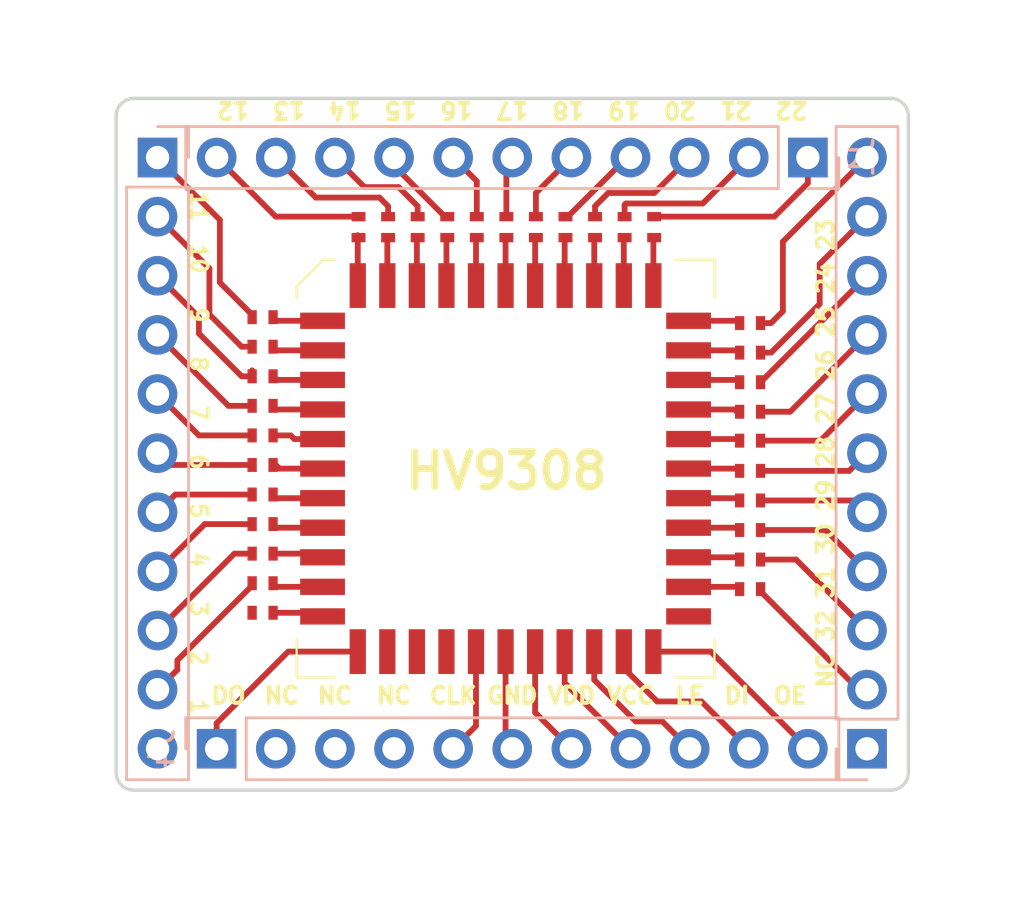
<source format=kicad_pcb>
(kicad_pcb (version 4) (host pcbnew 4.0.7)

  (general
    (links 76)
    (no_connects 5)
    (area 179.248999 55.804999 213.435001 85.673001)
    (thickness 1.6)
    (drawings 23)
    (tracks 180)
    (zones 0)
    (modules 37)
    (nets 77)
  )

  (page A4)
  (layers
    (0 F.Cu signal)
    (31 B.Cu signal)
    (32 B.Adhes user)
    (33 F.Adhes user)
    (34 B.Paste user)
    (35 F.Paste user)
    (36 B.SilkS user)
    (37 F.SilkS user)
    (38 B.Mask user)
    (39 F.Mask user)
    (40 Dwgs.User user)
    (41 Cmts.User user)
    (42 Eco1.User user)
    (43 Eco2.User user)
    (44 Edge.Cuts user)
    (45 Margin user)
    (46 B.CrtYd user)
    (47 F.CrtYd user)
    (48 B.Fab user)
    (49 F.Fab user hide)
  )

  (setup
    (last_trace_width 0.25)
    (trace_clearance 0.2)
    (zone_clearance 0.508)
    (zone_45_only no)
    (trace_min 0.2)
    (segment_width 0.2)
    (edge_width 0.15)
    (via_size 0.6)
    (via_drill 0.4)
    (via_min_size 0.4)
    (via_min_drill 0.3)
    (uvia_size 0.3)
    (uvia_drill 0.1)
    (uvias_allowed no)
    (uvia_min_size 0.2)
    (uvia_min_drill 0.1)
    (pcb_text_width 0.3)
    (pcb_text_size 1.5 1.5)
    (mod_edge_width 0.15)
    (mod_text_size 1 1)
    (mod_text_width 0.15)
    (pad_size 1.524 1.524)
    (pad_drill 0.762)
    (pad_to_mask_clearance 0.2)
    (aux_axis_origin 0 0)
    (visible_elements 7FFFFFFF)
    (pcbplotparams
      (layerselection 0x00030_80000001)
      (usegerberextensions false)
      (excludeedgelayer true)
      (linewidth 0.100000)
      (plotframeref false)
      (viasonmask false)
      (mode 1)
      (useauxorigin false)
      (hpglpennumber 1)
      (hpglpenspeed 20)
      (hpglpendiameter 15)
      (hpglpenoverlay 2)
      (psnegative false)
      (psa4output false)
      (plotreference true)
      (plotvalue true)
      (plotinvisibletext false)
      (padsonsilk false)
      (subtractmaskfromsilk false)
      (outputformat 1)
      (mirror false)
      (drillshape 1)
      (scaleselection 1)
      (outputdirectory ""))
  )

  (net 0 "")
  (net 1 "Net-(J1-Pad1)")
  (net 2 "Net-(J1-Pad2)")
  (net 3 "Net-(J1-Pad3)")
  (net 4 "Net-(J1-Pad4)")
  (net 5 "Net-(J1-Pad5)")
  (net 6 "Net-(J1-Pad6)")
  (net 7 "Net-(J1-Pad7)")
  (net 8 "Net-(J1-Pad8)")
  (net 9 "Net-(J1-Pad9)")
  (net 10 "Net-(J1-Pad10)")
  (net 11 "Net-(J1-Pad11)")
  (net 12 "Net-(J2-Pad1)")
  (net 13 "Net-(J2-Pad2)")
  (net 14 "Net-(J2-Pad3)")
  (net 15 "Net-(J2-Pad4)")
  (net 16 "Net-(J2-Pad5)")
  (net 17 "Net-(J2-Pad6)")
  (net 18 "Net-(J2-Pad7)")
  (net 19 "Net-(J2-Pad8)")
  (net 20 "Net-(J2-Pad9)")
  (net 21 "Net-(J2-Pad10)")
  (net 22 "Net-(J2-Pad11)")
  (net 23 "Net-(J3-Pad1)")
  (net 24 "Net-(J3-Pad2)")
  (net 25 "Net-(J3-Pad3)")
  (net 26 "Net-(J3-Pad4)")
  (net 27 "Net-(J3-Pad5)")
  (net 28 "Net-(J3-Pad6)")
  (net 29 "Net-(J3-Pad7)")
  (net 30 "Net-(J3-Pad8)")
  (net 31 "Net-(J3-Pad9)")
  (net 32 "Net-(J3-Pad10)")
  (net 33 "Net-(J3-Pad11)")
  (net 34 "Net-(J4-Pad1)")
  (net 35 "Net-(J4-Pad2)")
  (net 36 "Net-(J4-Pad3)")
  (net 37 "Net-(J4-Pad4)")
  (net 38 "Net-(J4-Pad5)")
  (net 39 "Net-(J4-Pad6)")
  (net 40 "Net-(J4-Pad7)")
  (net 41 "Net-(J4-Pad8)")
  (net 42 "Net-(J4-Pad9)")
  (net 43 "Net-(J4-Pad10)")
  (net 44 "Net-(J4-Pad11)")
  (net 45 "Net-(R1-Pad2)")
  (net 46 "Net-(R2-Pad2)")
  (net 47 "Net-(R3-Pad2)")
  (net 48 "Net-(R4-Pad2)")
  (net 49 "Net-(R5-Pad2)")
  (net 50 "Net-(R6-Pad2)")
  (net 51 "Net-(R7-Pad2)")
  (net 52 "Net-(R8-Pad2)")
  (net 53 "Net-(R9-Pad2)")
  (net 54 "Net-(R10-Pad2)")
  (net 55 "Net-(R11-Pad2)")
  (net 56 "Net-(R12-Pad2)")
  (net 57 "Net-(R13-Pad1)")
  (net 58 "Net-(R14-Pad2)")
  (net 59 "Net-(R15-Pad1)")
  (net 60 "Net-(R16-Pad2)")
  (net 61 "Net-(R17-Pad1)")
  (net 62 "Net-(R18-Pad2)")
  (net 63 "Net-(R19-Pad1)")
  (net 64 "Net-(R20-Pad2)")
  (net 65 "Net-(R21-Pad1)")
  (net 66 "Net-(R22-Pad2)")
  (net 67 "Net-(R23-Pad1)")
  (net 68 "Net-(R24-Pad2)")
  (net 69 "Net-(R25-Pad1)")
  (net 70 "Net-(R26-Pad2)")
  (net 71 "Net-(R27-Pad1)")
  (net 72 "Net-(R28-Pad2)")
  (net 73 "Net-(R29-Pad1)")
  (net 74 "Net-(R30-Pad2)")
  (net 75 "Net-(R31-Pad1)")
  (net 76 "Net-(R32-Pad1)")

  (net_class Default "This is the default net class."
    (clearance 0.2)
    (trace_width 0.25)
    (via_dia 0.6)
    (via_drill 0.4)
    (uvia_dia 0.3)
    (uvia_drill 0.1)
    (add_net "Net-(J1-Pad1)")
    (add_net "Net-(J1-Pad10)")
    (add_net "Net-(J1-Pad11)")
    (add_net "Net-(J1-Pad2)")
    (add_net "Net-(J1-Pad3)")
    (add_net "Net-(J1-Pad4)")
    (add_net "Net-(J1-Pad5)")
    (add_net "Net-(J1-Pad6)")
    (add_net "Net-(J1-Pad7)")
    (add_net "Net-(J1-Pad8)")
    (add_net "Net-(J1-Pad9)")
    (add_net "Net-(J2-Pad1)")
    (add_net "Net-(J2-Pad10)")
    (add_net "Net-(J2-Pad11)")
    (add_net "Net-(J2-Pad2)")
    (add_net "Net-(J2-Pad3)")
    (add_net "Net-(J2-Pad4)")
    (add_net "Net-(J2-Pad5)")
    (add_net "Net-(J2-Pad6)")
    (add_net "Net-(J2-Pad7)")
    (add_net "Net-(J2-Pad8)")
    (add_net "Net-(J2-Pad9)")
    (add_net "Net-(J3-Pad1)")
    (add_net "Net-(J3-Pad10)")
    (add_net "Net-(J3-Pad11)")
    (add_net "Net-(J3-Pad2)")
    (add_net "Net-(J3-Pad3)")
    (add_net "Net-(J3-Pad4)")
    (add_net "Net-(J3-Pad5)")
    (add_net "Net-(J3-Pad6)")
    (add_net "Net-(J3-Pad7)")
    (add_net "Net-(J3-Pad8)")
    (add_net "Net-(J3-Pad9)")
    (add_net "Net-(J4-Pad1)")
    (add_net "Net-(J4-Pad10)")
    (add_net "Net-(J4-Pad11)")
    (add_net "Net-(J4-Pad2)")
    (add_net "Net-(J4-Pad3)")
    (add_net "Net-(J4-Pad4)")
    (add_net "Net-(J4-Pad5)")
    (add_net "Net-(J4-Pad6)")
    (add_net "Net-(J4-Pad7)")
    (add_net "Net-(J4-Pad8)")
    (add_net "Net-(J4-Pad9)")
    (add_net "Net-(R1-Pad2)")
    (add_net "Net-(R10-Pad2)")
    (add_net "Net-(R11-Pad2)")
    (add_net "Net-(R12-Pad2)")
    (add_net "Net-(R13-Pad1)")
    (add_net "Net-(R14-Pad2)")
    (add_net "Net-(R15-Pad1)")
    (add_net "Net-(R16-Pad2)")
    (add_net "Net-(R17-Pad1)")
    (add_net "Net-(R18-Pad2)")
    (add_net "Net-(R19-Pad1)")
    (add_net "Net-(R2-Pad2)")
    (add_net "Net-(R20-Pad2)")
    (add_net "Net-(R21-Pad1)")
    (add_net "Net-(R22-Pad2)")
    (add_net "Net-(R23-Pad1)")
    (add_net "Net-(R24-Pad2)")
    (add_net "Net-(R25-Pad1)")
    (add_net "Net-(R26-Pad2)")
    (add_net "Net-(R27-Pad1)")
    (add_net "Net-(R28-Pad2)")
    (add_net "Net-(R29-Pad1)")
    (add_net "Net-(R3-Pad2)")
    (add_net "Net-(R30-Pad2)")
    (add_net "Net-(R31-Pad1)")
    (add_net "Net-(R32-Pad1)")
    (add_net "Net-(R4-Pad2)")
    (add_net "Net-(R5-Pad2)")
    (add_net "Net-(R6-Pad2)")
    (add_net "Net-(R7-Pad2)")
    (add_net "Net-(R8-Pad2)")
    (add_net "Net-(R9-Pad2)")
  )

  (module Socket_Strips:Socket_Strip_Straight_1x11_Pitch2.54mm (layer B.Cu) (tedit 58CD5446) (tstamp 5B17464A)
    (at 209.042 58.42 90)
    (descr "Through hole straight socket strip, 1x11, 2.54mm pitch, single row")
    (tags "Through hole socket strip THT 1x11 2.54mm single row")
    (path /5B176184)
    (fp_text reference J1 (at 0 2.33 90) (layer B.SilkS)
      (effects (font (size 1 1) (thickness 0.15)) (justify mirror))
    )
    (fp_text value Conn_01x11_Male (at 0 -27.73 90) (layer B.Fab)
      (effects (font (size 1 1) (thickness 0.15)) (justify mirror))
    )
    (fp_line (start -1.27 1.27) (end -1.27 -26.67) (layer B.Fab) (width 0.1))
    (fp_line (start -1.27 -26.67) (end 1.27 -26.67) (layer B.Fab) (width 0.1))
    (fp_line (start 1.27 -26.67) (end 1.27 1.27) (layer B.Fab) (width 0.1))
    (fp_line (start 1.27 1.27) (end -1.27 1.27) (layer B.Fab) (width 0.1))
    (fp_line (start -1.33 -1.27) (end -1.33 -26.73) (layer B.SilkS) (width 0.12))
    (fp_line (start -1.33 -26.73) (end 1.33 -26.73) (layer B.SilkS) (width 0.12))
    (fp_line (start 1.33 -26.73) (end 1.33 -1.27) (layer B.SilkS) (width 0.12))
    (fp_line (start 1.33 -1.27) (end -1.33 -1.27) (layer B.SilkS) (width 0.12))
    (fp_line (start -1.33 0) (end -1.33 1.33) (layer B.SilkS) (width 0.12))
    (fp_line (start -1.33 1.33) (end 0 1.33) (layer B.SilkS) (width 0.12))
    (fp_line (start -1.8 1.8) (end -1.8 -27.2) (layer B.CrtYd) (width 0.05))
    (fp_line (start -1.8 -27.2) (end 1.8 -27.2) (layer B.CrtYd) (width 0.05))
    (fp_line (start 1.8 -27.2) (end 1.8 1.8) (layer B.CrtYd) (width 0.05))
    (fp_line (start 1.8 1.8) (end -1.8 1.8) (layer B.CrtYd) (width 0.05))
    (fp_text user %R (at 0 2.33 90) (layer B.Fab)
      (effects (font (size 1 1) (thickness 0.15)) (justify mirror))
    )
    (pad 1 thru_hole rect (at 0 0 90) (size 1.7 1.7) (drill 1) (layers *.Cu *.Mask)
      (net 1 "Net-(J1-Pad1)"))
    (pad 2 thru_hole oval (at 0 -2.54 90) (size 1.7 1.7) (drill 1) (layers *.Cu *.Mask)
      (net 2 "Net-(J1-Pad2)"))
    (pad 3 thru_hole oval (at 0 -5.08 90) (size 1.7 1.7) (drill 1) (layers *.Cu *.Mask)
      (net 3 "Net-(J1-Pad3)"))
    (pad 4 thru_hole oval (at 0 -7.62 90) (size 1.7 1.7) (drill 1) (layers *.Cu *.Mask)
      (net 4 "Net-(J1-Pad4)"))
    (pad 5 thru_hole oval (at 0 -10.16 90) (size 1.7 1.7) (drill 1) (layers *.Cu *.Mask)
      (net 5 "Net-(J1-Pad5)"))
    (pad 6 thru_hole oval (at 0 -12.7 90) (size 1.7 1.7) (drill 1) (layers *.Cu *.Mask)
      (net 6 "Net-(J1-Pad6)"))
    (pad 7 thru_hole oval (at 0 -15.24 90) (size 1.7 1.7) (drill 1) (layers *.Cu *.Mask)
      (net 7 "Net-(J1-Pad7)"))
    (pad 8 thru_hole oval (at 0 -17.78 90) (size 1.7 1.7) (drill 1) (layers *.Cu *.Mask)
      (net 8 "Net-(J1-Pad8)"))
    (pad 9 thru_hole oval (at 0 -20.32 90) (size 1.7 1.7) (drill 1) (layers *.Cu *.Mask)
      (net 9 "Net-(J1-Pad9)"))
    (pad 10 thru_hole oval (at 0 -22.86 90) (size 1.7 1.7) (drill 1) (layers *.Cu *.Mask)
      (net 10 "Net-(J1-Pad10)"))
    (pad 11 thru_hole oval (at 0 -25.4 90) (size 1.7 1.7) (drill 1) (layers *.Cu *.Mask)
      (net 11 "Net-(J1-Pad11)"))
    (model ${KISYS3DMOD}/Socket_Strips.3dshapes/Socket_Strip_Straight_1x11_Pitch2.54mm.wrl
      (at (xyz 0 -0.5 0))
      (scale (xyz 1 1 1))
      (rotate (xyz 0 0 270))
    )
  )

  (module Socket_Strips:Socket_Strip_Straight_1x11_Pitch2.54mm (layer B.Cu) (tedit 5B175033) (tstamp 5B174668)
    (at 211.582 83.82)
    (descr "Through hole straight socket strip, 1x11, 2.54mm pitch, single row")
    (tags "Through hole socket strip THT 1x11 2.54mm single row")
    (path /5B1762FA)
    (fp_text reference J2 (at 0.508 -30.48) (layer B.SilkS) hide
      (effects (font (size 1 1) (thickness 0.15)) (justify mirror))
    )
    (fp_text value Conn_01x11_Male (at 0 -27.73) (layer B.Fab)
      (effects (font (size 1 1) (thickness 0.15)) (justify mirror))
    )
    (fp_line (start -1.27 1.27) (end -1.27 -26.67) (layer B.Fab) (width 0.1))
    (fp_line (start -1.27 -26.67) (end 1.27 -26.67) (layer B.Fab) (width 0.1))
    (fp_line (start 1.27 -26.67) (end 1.27 1.27) (layer B.Fab) (width 0.1))
    (fp_line (start 1.27 1.27) (end -1.27 1.27) (layer B.Fab) (width 0.1))
    (fp_line (start -1.33 -1.27) (end -1.33 -26.73) (layer B.SilkS) (width 0.12))
    (fp_line (start -1.33 -26.73) (end 1.33 -26.73) (layer B.SilkS) (width 0.12))
    (fp_line (start 1.33 -26.73) (end 1.33 -1.27) (layer B.SilkS) (width 0.12))
    (fp_line (start 1.33 -1.27) (end -1.33 -1.27) (layer B.SilkS) (width 0.12))
    (fp_line (start -1.33 0) (end -1.33 1.33) (layer B.SilkS) (width 0.12))
    (fp_line (start -1.33 1.33) (end 0 1.33) (layer B.SilkS) (width 0.12))
    (fp_line (start -1.8 1.8) (end -1.8 -27.2) (layer B.CrtYd) (width 0.05))
    (fp_line (start -1.8 -27.2) (end 1.8 -27.2) (layer B.CrtYd) (width 0.05))
    (fp_line (start 1.8 -27.2) (end 1.8 1.8) (layer B.CrtYd) (width 0.05))
    (fp_line (start 1.8 1.8) (end -1.8 1.8) (layer B.CrtYd) (width 0.05))
    (fp_text user %R (at 0 2.33) (layer B.Fab)
      (effects (font (size 1 1) (thickness 0.15)) (justify mirror))
    )
    (pad 1 thru_hole rect (at 0 0) (size 1.7 1.7) (drill 1) (layers *.Cu *.Mask)
      (net 12 "Net-(J2-Pad1)"))
    (pad 2 thru_hole oval (at 0 -2.54) (size 1.7 1.7) (drill 1) (layers *.Cu *.Mask)
      (net 13 "Net-(J2-Pad2)"))
    (pad 3 thru_hole oval (at 0 -5.08) (size 1.7 1.7) (drill 1) (layers *.Cu *.Mask)
      (net 14 "Net-(J2-Pad3)"))
    (pad 4 thru_hole oval (at 0 -7.62) (size 1.7 1.7) (drill 1) (layers *.Cu *.Mask)
      (net 15 "Net-(J2-Pad4)"))
    (pad 5 thru_hole oval (at 0 -10.16) (size 1.7 1.7) (drill 1) (layers *.Cu *.Mask)
      (net 16 "Net-(J2-Pad5)"))
    (pad 6 thru_hole oval (at 0 -12.7) (size 1.7 1.7) (drill 1) (layers *.Cu *.Mask)
      (net 17 "Net-(J2-Pad6)"))
    (pad 7 thru_hole oval (at 0 -15.24) (size 1.7 1.7) (drill 1) (layers *.Cu *.Mask)
      (net 18 "Net-(J2-Pad7)"))
    (pad 8 thru_hole oval (at 0 -17.78) (size 1.7 1.7) (drill 1) (layers *.Cu *.Mask)
      (net 19 "Net-(J2-Pad8)"))
    (pad 9 thru_hole oval (at 0 -20.32) (size 1.7 1.7) (drill 1) (layers *.Cu *.Mask)
      (net 20 "Net-(J2-Pad9)"))
    (pad 10 thru_hole oval (at 0 -22.86) (size 1.7 1.7) (drill 1) (layers *.Cu *.Mask)
      (net 21 "Net-(J2-Pad10)"))
    (pad 11 thru_hole oval (at 0 -25.4) (size 1.7 1.7) (drill 1) (layers *.Cu *.Mask)
      (net 22 "Net-(J2-Pad11)"))
    (model ${KISYS3DMOD}/Socket_Strips.3dshapes/Socket_Strip_Straight_1x11_Pitch2.54mm.wrl
      (at (xyz 0 -0.5 0))
      (scale (xyz 1 1 1))
      (rotate (xyz 0 0 270))
    )
  )

  (module Socket_Strips:Socket_Strip_Straight_1x11_Pitch2.54mm (layer B.Cu) (tedit 5B17503B) (tstamp 5B174686)
    (at 181.102 58.42 180)
    (descr "Through hole straight socket strip, 1x11, 2.54mm pitch, single row")
    (tags "Through hole socket strip THT 1x11 2.54mm single row")
    (path /5B176404)
    (fp_text reference J3 (at 0 0 270) (layer B.SilkS) hide
      (effects (font (size 1 1) (thickness 0.15)) (justify mirror))
    )
    (fp_text value Conn_01x11_Male (at 0 -27.73 180) (layer B.Fab)
      (effects (font (size 1 1) (thickness 0.15)) (justify mirror))
    )
    (fp_line (start -1.27 1.27) (end -1.27 -26.67) (layer B.Fab) (width 0.1))
    (fp_line (start -1.27 -26.67) (end 1.27 -26.67) (layer B.Fab) (width 0.1))
    (fp_line (start 1.27 -26.67) (end 1.27 1.27) (layer B.Fab) (width 0.1))
    (fp_line (start 1.27 1.27) (end -1.27 1.27) (layer B.Fab) (width 0.1))
    (fp_line (start -1.33 -1.27) (end -1.33 -26.73) (layer B.SilkS) (width 0.12))
    (fp_line (start -1.33 -26.73) (end 1.33 -26.73) (layer B.SilkS) (width 0.12))
    (fp_line (start 1.33 -26.73) (end 1.33 -1.27) (layer B.SilkS) (width 0.12))
    (fp_line (start 1.33 -1.27) (end -1.33 -1.27) (layer B.SilkS) (width 0.12))
    (fp_line (start -1.33 0) (end -1.33 1.33) (layer B.SilkS) (width 0.12))
    (fp_line (start -1.33 1.33) (end 0 1.33) (layer B.SilkS) (width 0.12))
    (fp_line (start -1.8 1.8) (end -1.8 -27.2) (layer B.CrtYd) (width 0.05))
    (fp_line (start -1.8 -27.2) (end 1.8 -27.2) (layer B.CrtYd) (width 0.05))
    (fp_line (start 1.8 -27.2) (end 1.8 1.8) (layer B.CrtYd) (width 0.05))
    (fp_line (start 1.8 1.8) (end -1.8 1.8) (layer B.CrtYd) (width 0.05))
    (fp_text user %R (at 0 2.33 180) (layer B.Fab)
      (effects (font (size 1 1) (thickness 0.15)) (justify mirror))
    )
    (pad 1 thru_hole rect (at 0 0 180) (size 1.7 1.7) (drill 1) (layers *.Cu *.Mask)
      (net 23 "Net-(J3-Pad1)"))
    (pad 2 thru_hole oval (at 0 -2.54 180) (size 1.7 1.7) (drill 1) (layers *.Cu *.Mask)
      (net 24 "Net-(J3-Pad2)"))
    (pad 3 thru_hole oval (at 0 -5.08 180) (size 1.7 1.7) (drill 1) (layers *.Cu *.Mask)
      (net 25 "Net-(J3-Pad3)"))
    (pad 4 thru_hole oval (at 0 -7.62 180) (size 1.7 1.7) (drill 1) (layers *.Cu *.Mask)
      (net 26 "Net-(J3-Pad4)"))
    (pad 5 thru_hole oval (at 0 -10.16 180) (size 1.7 1.7) (drill 1) (layers *.Cu *.Mask)
      (net 27 "Net-(J3-Pad5)"))
    (pad 6 thru_hole oval (at 0 -12.7 180) (size 1.7 1.7) (drill 1) (layers *.Cu *.Mask)
      (net 28 "Net-(J3-Pad6)"))
    (pad 7 thru_hole oval (at 0 -15.24 180) (size 1.7 1.7) (drill 1) (layers *.Cu *.Mask)
      (net 29 "Net-(J3-Pad7)"))
    (pad 8 thru_hole oval (at 0 -17.78 180) (size 1.7 1.7) (drill 1) (layers *.Cu *.Mask)
      (net 30 "Net-(J3-Pad8)"))
    (pad 9 thru_hole oval (at 0 -20.32 180) (size 1.7 1.7) (drill 1) (layers *.Cu *.Mask)
      (net 31 "Net-(J3-Pad9)"))
    (pad 10 thru_hole oval (at 0 -22.86 180) (size 1.7 1.7) (drill 1) (layers *.Cu *.Mask)
      (net 32 "Net-(J3-Pad10)"))
    (pad 11 thru_hole oval (at 0 -25.4 180) (size 1.7 1.7) (drill 1) (layers *.Cu *.Mask)
      (net 33 "Net-(J3-Pad11)"))
    (model ${KISYS3DMOD}/Socket_Strips.3dshapes/Socket_Strip_Straight_1x11_Pitch2.54mm.wrl
      (at (xyz 0 -0.5 0))
      (scale (xyz 1 1 1))
      (rotate (xyz 0 0 270))
    )
  )

  (module Socket_Strips:Socket_Strip_Straight_1x11_Pitch2.54mm (layer B.Cu) (tedit 58CD5446) (tstamp 5B1746A4)
    (at 183.642 83.82 270)
    (descr "Through hole straight socket strip, 1x11, 2.54mm pitch, single row")
    (tags "Through hole socket strip THT 1x11 2.54mm single row")
    (path /5B176492)
    (fp_text reference J4 (at 0 2.33 270) (layer B.SilkS)
      (effects (font (size 1 1) (thickness 0.15)) (justify mirror))
    )
    (fp_text value Conn_01x11_Male (at 0 -27.73 270) (layer B.Fab)
      (effects (font (size 1 1) (thickness 0.15)) (justify mirror))
    )
    (fp_line (start -1.27 1.27) (end -1.27 -26.67) (layer B.Fab) (width 0.1))
    (fp_line (start -1.27 -26.67) (end 1.27 -26.67) (layer B.Fab) (width 0.1))
    (fp_line (start 1.27 -26.67) (end 1.27 1.27) (layer B.Fab) (width 0.1))
    (fp_line (start 1.27 1.27) (end -1.27 1.27) (layer B.Fab) (width 0.1))
    (fp_line (start -1.33 -1.27) (end -1.33 -26.73) (layer B.SilkS) (width 0.12))
    (fp_line (start -1.33 -26.73) (end 1.33 -26.73) (layer B.SilkS) (width 0.12))
    (fp_line (start 1.33 -26.73) (end 1.33 -1.27) (layer B.SilkS) (width 0.12))
    (fp_line (start 1.33 -1.27) (end -1.33 -1.27) (layer B.SilkS) (width 0.12))
    (fp_line (start -1.33 0) (end -1.33 1.33) (layer B.SilkS) (width 0.12))
    (fp_line (start -1.33 1.33) (end 0 1.33) (layer B.SilkS) (width 0.12))
    (fp_line (start -1.8 1.8) (end -1.8 -27.2) (layer B.CrtYd) (width 0.05))
    (fp_line (start -1.8 -27.2) (end 1.8 -27.2) (layer B.CrtYd) (width 0.05))
    (fp_line (start 1.8 -27.2) (end 1.8 1.8) (layer B.CrtYd) (width 0.05))
    (fp_line (start 1.8 1.8) (end -1.8 1.8) (layer B.CrtYd) (width 0.05))
    (fp_text user %R (at 0 2.33 270) (layer B.Fab)
      (effects (font (size 1 1) (thickness 0.15)) (justify mirror))
    )
    (pad 1 thru_hole rect (at 0 0 270) (size 1.7 1.7) (drill 1) (layers *.Cu *.Mask)
      (net 34 "Net-(J4-Pad1)"))
    (pad 2 thru_hole oval (at 0 -2.54 270) (size 1.7 1.7) (drill 1) (layers *.Cu *.Mask)
      (net 35 "Net-(J4-Pad2)"))
    (pad 3 thru_hole oval (at 0 -5.08 270) (size 1.7 1.7) (drill 1) (layers *.Cu *.Mask)
      (net 36 "Net-(J4-Pad3)"))
    (pad 4 thru_hole oval (at 0 -7.62 270) (size 1.7 1.7) (drill 1) (layers *.Cu *.Mask)
      (net 37 "Net-(J4-Pad4)"))
    (pad 5 thru_hole oval (at 0 -10.16 270) (size 1.7 1.7) (drill 1) (layers *.Cu *.Mask)
      (net 38 "Net-(J4-Pad5)"))
    (pad 6 thru_hole oval (at 0 -12.7 270) (size 1.7 1.7) (drill 1) (layers *.Cu *.Mask)
      (net 39 "Net-(J4-Pad6)"))
    (pad 7 thru_hole oval (at 0 -15.24 270) (size 1.7 1.7) (drill 1) (layers *.Cu *.Mask)
      (net 40 "Net-(J4-Pad7)"))
    (pad 8 thru_hole oval (at 0 -17.78 270) (size 1.7 1.7) (drill 1) (layers *.Cu *.Mask)
      (net 41 "Net-(J4-Pad8)"))
    (pad 9 thru_hole oval (at 0 -20.32 270) (size 1.7 1.7) (drill 1) (layers *.Cu *.Mask)
      (net 42 "Net-(J4-Pad9)"))
    (pad 10 thru_hole oval (at 0 -22.86 270) (size 1.7 1.7) (drill 1) (layers *.Cu *.Mask)
      (net 43 "Net-(J4-Pad10)"))
    (pad 11 thru_hole oval (at 0 -25.4 270) (size 1.7 1.7) (drill 1) (layers *.Cu *.Mask)
      (net 44 "Net-(J4-Pad11)"))
    (model ${KISYS3DMOD}/Socket_Strips.3dshapes/Socket_Strip_Straight_1x11_Pitch2.54mm.wrl
      (at (xyz 0 -0.5 0))
      (scale (xyz 1 1 1))
      (rotate (xyz 0 0 270))
    )
  )

  (module Resistors_SMD:R_0402_NoSilk (layer F.Cu) (tedit 5B17510B) (tstamp 5B1746B3)
    (at 202.438 61.41 270)
    (descr "Resistor SMD 0402, reflow soldering, Vishay (see dcrcw.pdf)")
    (tags "resistor 0402")
    (path /5B174B8B)
    (attr smd)
    (fp_text reference R1 (at 0 -1.2 270) (layer F.SilkS) hide
      (effects (font (size 1 1) (thickness 0.15)))
    )
    (fp_text value R_Small (at 0 1.25 270) (layer F.Fab)
      (effects (font (size 1 1) (thickness 0.15)))
    )
    (fp_text user %R (at 0 -1.2 270) (layer F.Fab)
      (effects (font (size 1 1) (thickness 0.15)))
    )
    (fp_line (start -0.5 0.25) (end -0.5 -0.25) (layer F.Fab) (width 0.1))
    (fp_line (start 0.5 0.25) (end -0.5 0.25) (layer F.Fab) (width 0.1))
    (fp_line (start 0.5 -0.25) (end 0.5 0.25) (layer F.Fab) (width 0.1))
    (fp_line (start -0.5 -0.25) (end 0.5 -0.25) (layer F.Fab) (width 0.1))
    (fp_line (start -0.8 -0.45) (end 0.8 -0.45) (layer F.CrtYd) (width 0.05))
    (fp_line (start -0.8 -0.45) (end -0.8 0.45) (layer F.CrtYd) (width 0.05))
    (fp_line (start 0.8 0.45) (end 0.8 -0.45) (layer F.CrtYd) (width 0.05))
    (fp_line (start 0.8 0.45) (end -0.8 0.45) (layer F.CrtYd) (width 0.05))
    (pad 1 smd rect (at -0.45 0 270) (size 0.4 0.6) (layers F.Cu F.Paste F.Mask)
      (net 1 "Net-(J1-Pad1)"))
    (pad 2 smd rect (at 0.45 0 270) (size 0.4 0.6) (layers F.Cu F.Paste F.Mask)
      (net 45 "Net-(R1-Pad2)"))
    (model ${KISYS3DMOD}/Resistors_SMD.3dshapes/R_0402.wrl
      (at (xyz 0 0 0))
      (scale (xyz 1 1 1))
      (rotate (xyz 0 0 0))
    )
  )

  (module Resistors_SMD:R_0402_NoSilk (layer F.Cu) (tedit 5B175107) (tstamp 5B1746C2)
    (at 201.168 61.41 270)
    (descr "Resistor SMD 0402, reflow soldering, Vishay (see dcrcw.pdf)")
    (tags "resistor 0402")
    (path /5B174B91)
    (attr smd)
    (fp_text reference R2 (at 0 -1.2 270) (layer F.SilkS) hide
      (effects (font (size 1 1) (thickness 0.15)))
    )
    (fp_text value R_Small (at 0 1.25 270) (layer F.Fab)
      (effects (font (size 1 1) (thickness 0.15)))
    )
    (fp_text user %R (at 0 -1.2 270) (layer F.Fab)
      (effects (font (size 1 1) (thickness 0.15)))
    )
    (fp_line (start -0.5 0.25) (end -0.5 -0.25) (layer F.Fab) (width 0.1))
    (fp_line (start 0.5 0.25) (end -0.5 0.25) (layer F.Fab) (width 0.1))
    (fp_line (start 0.5 -0.25) (end 0.5 0.25) (layer F.Fab) (width 0.1))
    (fp_line (start -0.5 -0.25) (end 0.5 -0.25) (layer F.Fab) (width 0.1))
    (fp_line (start -0.8 -0.45) (end 0.8 -0.45) (layer F.CrtYd) (width 0.05))
    (fp_line (start -0.8 -0.45) (end -0.8 0.45) (layer F.CrtYd) (width 0.05))
    (fp_line (start 0.8 0.45) (end 0.8 -0.45) (layer F.CrtYd) (width 0.05))
    (fp_line (start 0.8 0.45) (end -0.8 0.45) (layer F.CrtYd) (width 0.05))
    (pad 1 smd rect (at -0.45 0 270) (size 0.4 0.6) (layers F.Cu F.Paste F.Mask)
      (net 2 "Net-(J1-Pad2)"))
    (pad 2 smd rect (at 0.45 0 270) (size 0.4 0.6) (layers F.Cu F.Paste F.Mask)
      (net 46 "Net-(R2-Pad2)"))
    (model ${KISYS3DMOD}/Resistors_SMD.3dshapes/R_0402.wrl
      (at (xyz 0 0 0))
      (scale (xyz 1 1 1))
      (rotate (xyz 0 0 0))
    )
  )

  (module Resistors_SMD:R_0402_NoSilk (layer F.Cu) (tedit 5B175104) (tstamp 5B1746D1)
    (at 199.898 61.41 270)
    (descr "Resistor SMD 0402, reflow soldering, Vishay (see dcrcw.pdf)")
    (tags "resistor 0402")
    (path /5B174B97)
    (attr smd)
    (fp_text reference R3 (at 0 -1.2 270) (layer F.SilkS) hide
      (effects (font (size 1 1) (thickness 0.15)))
    )
    (fp_text value R_Small (at 0 1.25 270) (layer F.Fab)
      (effects (font (size 1 1) (thickness 0.15)))
    )
    (fp_text user %R (at 0 -1.2 270) (layer F.Fab)
      (effects (font (size 1 1) (thickness 0.15)))
    )
    (fp_line (start -0.5 0.25) (end -0.5 -0.25) (layer F.Fab) (width 0.1))
    (fp_line (start 0.5 0.25) (end -0.5 0.25) (layer F.Fab) (width 0.1))
    (fp_line (start 0.5 -0.25) (end 0.5 0.25) (layer F.Fab) (width 0.1))
    (fp_line (start -0.5 -0.25) (end 0.5 -0.25) (layer F.Fab) (width 0.1))
    (fp_line (start -0.8 -0.45) (end 0.8 -0.45) (layer F.CrtYd) (width 0.05))
    (fp_line (start -0.8 -0.45) (end -0.8 0.45) (layer F.CrtYd) (width 0.05))
    (fp_line (start 0.8 0.45) (end 0.8 -0.45) (layer F.CrtYd) (width 0.05))
    (fp_line (start 0.8 0.45) (end -0.8 0.45) (layer F.CrtYd) (width 0.05))
    (pad 1 smd rect (at -0.45 0 270) (size 0.4 0.6) (layers F.Cu F.Paste F.Mask)
      (net 3 "Net-(J1-Pad3)"))
    (pad 2 smd rect (at 0.45 0 270) (size 0.4 0.6) (layers F.Cu F.Paste F.Mask)
      (net 47 "Net-(R3-Pad2)"))
    (model ${KISYS3DMOD}/Resistors_SMD.3dshapes/R_0402.wrl
      (at (xyz 0 0 0))
      (scale (xyz 1 1 1))
      (rotate (xyz 0 0 0))
    )
  )

  (module Resistors_SMD:R_0402_NoSilk (layer F.Cu) (tedit 5B175100) (tstamp 5B1746E0)
    (at 198.628 61.41 270)
    (descr "Resistor SMD 0402, reflow soldering, Vishay (see dcrcw.pdf)")
    (tags "resistor 0402")
    (path /5B174B9D)
    (attr smd)
    (fp_text reference R4 (at 0 -1.2 270) (layer F.SilkS) hide
      (effects (font (size 1 1) (thickness 0.15)))
    )
    (fp_text value R_Small (at 0 1.25 270) (layer F.Fab)
      (effects (font (size 1 1) (thickness 0.15)))
    )
    (fp_text user %R (at 0 -1.2 270) (layer F.Fab)
      (effects (font (size 1 1) (thickness 0.15)))
    )
    (fp_line (start -0.5 0.25) (end -0.5 -0.25) (layer F.Fab) (width 0.1))
    (fp_line (start 0.5 0.25) (end -0.5 0.25) (layer F.Fab) (width 0.1))
    (fp_line (start 0.5 -0.25) (end 0.5 0.25) (layer F.Fab) (width 0.1))
    (fp_line (start -0.5 -0.25) (end 0.5 -0.25) (layer F.Fab) (width 0.1))
    (fp_line (start -0.8 -0.45) (end 0.8 -0.45) (layer F.CrtYd) (width 0.05))
    (fp_line (start -0.8 -0.45) (end -0.8 0.45) (layer F.CrtYd) (width 0.05))
    (fp_line (start 0.8 0.45) (end 0.8 -0.45) (layer F.CrtYd) (width 0.05))
    (fp_line (start 0.8 0.45) (end -0.8 0.45) (layer F.CrtYd) (width 0.05))
    (pad 1 smd rect (at -0.45 0 270) (size 0.4 0.6) (layers F.Cu F.Paste F.Mask)
      (net 4 "Net-(J1-Pad4)"))
    (pad 2 smd rect (at 0.45 0 270) (size 0.4 0.6) (layers F.Cu F.Paste F.Mask)
      (net 48 "Net-(R4-Pad2)"))
    (model ${KISYS3DMOD}/Resistors_SMD.3dshapes/R_0402.wrl
      (at (xyz 0 0 0))
      (scale (xyz 1 1 1))
      (rotate (xyz 0 0 0))
    )
  )

  (module Resistors_SMD:R_0402_NoSilk (layer F.Cu) (tedit 5B1750F1) (tstamp 5B1746EF)
    (at 197.358 61.41 270)
    (descr "Resistor SMD 0402, reflow soldering, Vishay (see dcrcw.pdf)")
    (tags "resistor 0402")
    (path /5B174BA3)
    (attr smd)
    (fp_text reference R5 (at 0 -1.2 270) (layer F.SilkS) hide
      (effects (font (size 1 1) (thickness 0.15)))
    )
    (fp_text value R_Small (at 0 1.25 270) (layer F.Fab)
      (effects (font (size 1 1) (thickness 0.15)))
    )
    (fp_text user %R (at 0 -1.2 270) (layer F.Fab)
      (effects (font (size 1 1) (thickness 0.15)))
    )
    (fp_line (start -0.5 0.25) (end -0.5 -0.25) (layer F.Fab) (width 0.1))
    (fp_line (start 0.5 0.25) (end -0.5 0.25) (layer F.Fab) (width 0.1))
    (fp_line (start 0.5 -0.25) (end 0.5 0.25) (layer F.Fab) (width 0.1))
    (fp_line (start -0.5 -0.25) (end 0.5 -0.25) (layer F.Fab) (width 0.1))
    (fp_line (start -0.8 -0.45) (end 0.8 -0.45) (layer F.CrtYd) (width 0.05))
    (fp_line (start -0.8 -0.45) (end -0.8 0.45) (layer F.CrtYd) (width 0.05))
    (fp_line (start 0.8 0.45) (end 0.8 -0.45) (layer F.CrtYd) (width 0.05))
    (fp_line (start 0.8 0.45) (end -0.8 0.45) (layer F.CrtYd) (width 0.05))
    (pad 1 smd rect (at -0.45 0 270) (size 0.4 0.6) (layers F.Cu F.Paste F.Mask)
      (net 5 "Net-(J1-Pad5)"))
    (pad 2 smd rect (at 0.45 0 270) (size 0.4 0.6) (layers F.Cu F.Paste F.Mask)
      (net 49 "Net-(R5-Pad2)"))
    (model ${KISYS3DMOD}/Resistors_SMD.3dshapes/R_0402.wrl
      (at (xyz 0 0 0))
      (scale (xyz 1 1 1))
      (rotate (xyz 0 0 0))
    )
  )

  (module Resistors_SMD:R_0402_NoSilk (layer F.Cu) (tedit 5B1750ED) (tstamp 5B1746FE)
    (at 196.088 61.41 270)
    (descr "Resistor SMD 0402, reflow soldering, Vishay (see dcrcw.pdf)")
    (tags "resistor 0402")
    (path /5B174BA9)
    (attr smd)
    (fp_text reference R6 (at 0 -1.2 270) (layer F.SilkS) hide
      (effects (font (size 1 1) (thickness 0.15)))
    )
    (fp_text value R_Small (at 0 1.25 270) (layer F.Fab)
      (effects (font (size 1 1) (thickness 0.15)))
    )
    (fp_text user %R (at 0 -1.2 270) (layer F.Fab)
      (effects (font (size 1 1) (thickness 0.15)))
    )
    (fp_line (start -0.5 0.25) (end -0.5 -0.25) (layer F.Fab) (width 0.1))
    (fp_line (start 0.5 0.25) (end -0.5 0.25) (layer F.Fab) (width 0.1))
    (fp_line (start 0.5 -0.25) (end 0.5 0.25) (layer F.Fab) (width 0.1))
    (fp_line (start -0.5 -0.25) (end 0.5 -0.25) (layer F.Fab) (width 0.1))
    (fp_line (start -0.8 -0.45) (end 0.8 -0.45) (layer F.CrtYd) (width 0.05))
    (fp_line (start -0.8 -0.45) (end -0.8 0.45) (layer F.CrtYd) (width 0.05))
    (fp_line (start 0.8 0.45) (end 0.8 -0.45) (layer F.CrtYd) (width 0.05))
    (fp_line (start 0.8 0.45) (end -0.8 0.45) (layer F.CrtYd) (width 0.05))
    (pad 1 smd rect (at -0.45 0 270) (size 0.4 0.6) (layers F.Cu F.Paste F.Mask)
      (net 6 "Net-(J1-Pad6)"))
    (pad 2 smd rect (at 0.45 0 270) (size 0.4 0.6) (layers F.Cu F.Paste F.Mask)
      (net 50 "Net-(R6-Pad2)"))
    (model ${KISYS3DMOD}/Resistors_SMD.3dshapes/R_0402.wrl
      (at (xyz 0 0 0))
      (scale (xyz 1 1 1))
      (rotate (xyz 0 0 0))
    )
  )

  (module Resistors_SMD:R_0402_NoSilk (layer F.Cu) (tedit 5B1750E9) (tstamp 5B17470D)
    (at 194.818 61.41 270)
    (descr "Resistor SMD 0402, reflow soldering, Vishay (see dcrcw.pdf)")
    (tags "resistor 0402")
    (path /5B174B79)
    (attr smd)
    (fp_text reference R7 (at 0 -1.2 270) (layer F.SilkS) hide
      (effects (font (size 1 1) (thickness 0.15)))
    )
    (fp_text value R_Small (at 0 1.25 270) (layer F.Fab)
      (effects (font (size 1 1) (thickness 0.15)))
    )
    (fp_text user %R (at 0 -1.2 270) (layer F.Fab)
      (effects (font (size 1 1) (thickness 0.15)))
    )
    (fp_line (start -0.5 0.25) (end -0.5 -0.25) (layer F.Fab) (width 0.1))
    (fp_line (start 0.5 0.25) (end -0.5 0.25) (layer F.Fab) (width 0.1))
    (fp_line (start 0.5 -0.25) (end 0.5 0.25) (layer F.Fab) (width 0.1))
    (fp_line (start -0.5 -0.25) (end 0.5 -0.25) (layer F.Fab) (width 0.1))
    (fp_line (start -0.8 -0.45) (end 0.8 -0.45) (layer F.CrtYd) (width 0.05))
    (fp_line (start -0.8 -0.45) (end -0.8 0.45) (layer F.CrtYd) (width 0.05))
    (fp_line (start 0.8 0.45) (end 0.8 -0.45) (layer F.CrtYd) (width 0.05))
    (fp_line (start 0.8 0.45) (end -0.8 0.45) (layer F.CrtYd) (width 0.05))
    (pad 1 smd rect (at -0.45 0 270) (size 0.4 0.6) (layers F.Cu F.Paste F.Mask)
      (net 7 "Net-(J1-Pad7)"))
    (pad 2 smd rect (at 0.45 0 270) (size 0.4 0.6) (layers F.Cu F.Paste F.Mask)
      (net 51 "Net-(R7-Pad2)"))
    (model ${KISYS3DMOD}/Resistors_SMD.3dshapes/R_0402.wrl
      (at (xyz 0 0 0))
      (scale (xyz 1 1 1))
      (rotate (xyz 0 0 0))
    )
  )

  (module Resistors_SMD:R_0402_NoSilk (layer F.Cu) (tedit 5B1750E4) (tstamp 5B17471C)
    (at 193.548 61.41 270)
    (descr "Resistor SMD 0402, reflow soldering, Vishay (see dcrcw.pdf)")
    (tags "resistor 0402")
    (path /5B174B73)
    (attr smd)
    (fp_text reference R8 (at 0 -1.2 270) (layer F.SilkS) hide
      (effects (font (size 1 1) (thickness 0.15)))
    )
    (fp_text value R_Small (at 0 1.25 270) (layer F.Fab)
      (effects (font (size 1 1) (thickness 0.15)))
    )
    (fp_text user %R (at 0 -1.2 270) (layer F.Fab)
      (effects (font (size 1 1) (thickness 0.15)))
    )
    (fp_line (start -0.5 0.25) (end -0.5 -0.25) (layer F.Fab) (width 0.1))
    (fp_line (start 0.5 0.25) (end -0.5 0.25) (layer F.Fab) (width 0.1))
    (fp_line (start 0.5 -0.25) (end 0.5 0.25) (layer F.Fab) (width 0.1))
    (fp_line (start -0.5 -0.25) (end 0.5 -0.25) (layer F.Fab) (width 0.1))
    (fp_line (start -0.8 -0.45) (end 0.8 -0.45) (layer F.CrtYd) (width 0.05))
    (fp_line (start -0.8 -0.45) (end -0.8 0.45) (layer F.CrtYd) (width 0.05))
    (fp_line (start 0.8 0.45) (end 0.8 -0.45) (layer F.CrtYd) (width 0.05))
    (fp_line (start 0.8 0.45) (end -0.8 0.45) (layer F.CrtYd) (width 0.05))
    (pad 1 smd rect (at -0.45 0 270) (size 0.4 0.6) (layers F.Cu F.Paste F.Mask)
      (net 8 "Net-(J1-Pad8)"))
    (pad 2 smd rect (at 0.45 0 270) (size 0.4 0.6) (layers F.Cu F.Paste F.Mask)
      (net 52 "Net-(R8-Pad2)"))
    (model ${KISYS3DMOD}/Resistors_SMD.3dshapes/R_0402.wrl
      (at (xyz 0 0 0))
      (scale (xyz 1 1 1))
      (rotate (xyz 0 0 0))
    )
  )

  (module Resistors_SMD:R_0402_NoSilk (layer F.Cu) (tedit 5B1750DF) (tstamp 5B17472B)
    (at 192.278 61.41 270)
    (descr "Resistor SMD 0402, reflow soldering, Vishay (see dcrcw.pdf)")
    (tags "resistor 0402")
    (path /5B174B7F)
    (attr smd)
    (fp_text reference R9 (at 0 -1.2 270) (layer F.SilkS) hide
      (effects (font (size 1 1) (thickness 0.15)))
    )
    (fp_text value R_Small (at 0 1.25 270) (layer F.Fab)
      (effects (font (size 1 1) (thickness 0.15)))
    )
    (fp_text user %R (at 0 -1.2 270) (layer F.Fab)
      (effects (font (size 1 1) (thickness 0.15)))
    )
    (fp_line (start -0.5 0.25) (end -0.5 -0.25) (layer F.Fab) (width 0.1))
    (fp_line (start 0.5 0.25) (end -0.5 0.25) (layer F.Fab) (width 0.1))
    (fp_line (start 0.5 -0.25) (end 0.5 0.25) (layer F.Fab) (width 0.1))
    (fp_line (start -0.5 -0.25) (end 0.5 -0.25) (layer F.Fab) (width 0.1))
    (fp_line (start -0.8 -0.45) (end 0.8 -0.45) (layer F.CrtYd) (width 0.05))
    (fp_line (start -0.8 -0.45) (end -0.8 0.45) (layer F.CrtYd) (width 0.05))
    (fp_line (start 0.8 0.45) (end 0.8 -0.45) (layer F.CrtYd) (width 0.05))
    (fp_line (start 0.8 0.45) (end -0.8 0.45) (layer F.CrtYd) (width 0.05))
    (pad 1 smd rect (at -0.45 0 270) (size 0.4 0.6) (layers F.Cu F.Paste F.Mask)
      (net 9 "Net-(J1-Pad9)"))
    (pad 2 smd rect (at 0.45 0 270) (size 0.4 0.6) (layers F.Cu F.Paste F.Mask)
      (net 53 "Net-(R9-Pad2)"))
    (model ${KISYS3DMOD}/Resistors_SMD.3dshapes/R_0402.wrl
      (at (xyz 0 0 0))
      (scale (xyz 1 1 1))
      (rotate (xyz 0 0 0))
    )
  )

  (module Resistors_SMD:R_0402_NoSilk (layer F.Cu) (tedit 5B1750DA) (tstamp 5B17473A)
    (at 191.008 61.41 270)
    (descr "Resistor SMD 0402, reflow soldering, Vishay (see dcrcw.pdf)")
    (tags "resistor 0402")
    (path /5B174B85)
    (attr smd)
    (fp_text reference R10 (at 0 -1.2 270) (layer F.SilkS) hide
      (effects (font (size 1 1) (thickness 0.15)))
    )
    (fp_text value R_Small (at 0 1.25 270) (layer F.Fab)
      (effects (font (size 1 1) (thickness 0.15)))
    )
    (fp_text user %R (at 0 -1.2 270) (layer F.Fab)
      (effects (font (size 1 1) (thickness 0.15)))
    )
    (fp_line (start -0.5 0.25) (end -0.5 -0.25) (layer F.Fab) (width 0.1))
    (fp_line (start 0.5 0.25) (end -0.5 0.25) (layer F.Fab) (width 0.1))
    (fp_line (start 0.5 -0.25) (end 0.5 0.25) (layer F.Fab) (width 0.1))
    (fp_line (start -0.5 -0.25) (end 0.5 -0.25) (layer F.Fab) (width 0.1))
    (fp_line (start -0.8 -0.45) (end 0.8 -0.45) (layer F.CrtYd) (width 0.05))
    (fp_line (start -0.8 -0.45) (end -0.8 0.45) (layer F.CrtYd) (width 0.05))
    (fp_line (start 0.8 0.45) (end 0.8 -0.45) (layer F.CrtYd) (width 0.05))
    (fp_line (start 0.8 0.45) (end -0.8 0.45) (layer F.CrtYd) (width 0.05))
    (pad 1 smd rect (at -0.45 0 270) (size 0.4 0.6) (layers F.Cu F.Paste F.Mask)
      (net 10 "Net-(J1-Pad10)"))
    (pad 2 smd rect (at 0.45 0 270) (size 0.4 0.6) (layers F.Cu F.Paste F.Mask)
      (net 54 "Net-(R10-Pad2)"))
    (model ${KISYS3DMOD}/Resistors_SMD.3dshapes/R_0402.wrl
      (at (xyz 0 0 0))
      (scale (xyz 1 1 1))
      (rotate (xyz 0 0 0))
    )
  )

  (module Resistors_SMD:R_0402_NoSilk (layer F.Cu) (tedit 5B1750D5) (tstamp 5B174749)
    (at 189.738 61.41 270)
    (descr "Resistor SMD 0402, reflow soldering, Vishay (see dcrcw.pdf)")
    (tags "resistor 0402")
    (path /5B174DF4)
    (attr smd)
    (fp_text reference R11 (at 0 -1.2 270) (layer F.SilkS) hide
      (effects (font (size 1 1) (thickness 0.15)))
    )
    (fp_text value R_Small (at 0 1.25 270) (layer F.Fab)
      (effects (font (size 1 1) (thickness 0.15)))
    )
    (fp_text user %R (at 0 -1.2 270) (layer F.Fab)
      (effects (font (size 1 1) (thickness 0.15)))
    )
    (fp_line (start -0.5 0.25) (end -0.5 -0.25) (layer F.Fab) (width 0.1))
    (fp_line (start 0.5 0.25) (end -0.5 0.25) (layer F.Fab) (width 0.1))
    (fp_line (start 0.5 -0.25) (end 0.5 0.25) (layer F.Fab) (width 0.1))
    (fp_line (start -0.5 -0.25) (end 0.5 -0.25) (layer F.Fab) (width 0.1))
    (fp_line (start -0.8 -0.45) (end 0.8 -0.45) (layer F.CrtYd) (width 0.05))
    (fp_line (start -0.8 -0.45) (end -0.8 0.45) (layer F.CrtYd) (width 0.05))
    (fp_line (start 0.8 0.45) (end 0.8 -0.45) (layer F.CrtYd) (width 0.05))
    (fp_line (start 0.8 0.45) (end -0.8 0.45) (layer F.CrtYd) (width 0.05))
    (pad 1 smd rect (at -0.45 0 270) (size 0.4 0.6) (layers F.Cu F.Paste F.Mask)
      (net 11 "Net-(J1-Pad11)"))
    (pad 2 smd rect (at 0.45 0 270) (size 0.4 0.6) (layers F.Cu F.Paste F.Mask)
      (net 55 "Net-(R11-Pad2)"))
    (model ${KISYS3DMOD}/Resistors_SMD.3dshapes/R_0402.wrl
      (at (xyz 0 0 0))
      (scale (xyz 1 1 1))
      (rotate (xyz 0 0 0))
    )
  )

  (module Resistors_SMD:R_0402_NoSilk (layer F.Cu) (tedit 5B17510E) (tstamp 5B174758)
    (at 206.56 65.532 180)
    (descr "Resistor SMD 0402, reflow soldering, Vishay (see dcrcw.pdf)")
    (tags "resistor 0402")
    (path /5B1742E9)
    (attr smd)
    (fp_text reference R12 (at 0 -1.2 180) (layer F.SilkS) hide
      (effects (font (size 1 1) (thickness 0.15)))
    )
    (fp_text value R_Small (at 0 1.25 180) (layer F.Fab)
      (effects (font (size 1 1) (thickness 0.15)))
    )
    (fp_text user %R (at 0 -1.2 180) (layer F.Fab)
      (effects (font (size 1 1) (thickness 0.15)))
    )
    (fp_line (start -0.5 0.25) (end -0.5 -0.25) (layer F.Fab) (width 0.1))
    (fp_line (start 0.5 0.25) (end -0.5 0.25) (layer F.Fab) (width 0.1))
    (fp_line (start 0.5 -0.25) (end 0.5 0.25) (layer F.Fab) (width 0.1))
    (fp_line (start -0.5 -0.25) (end 0.5 -0.25) (layer F.Fab) (width 0.1))
    (fp_line (start -0.8 -0.45) (end 0.8 -0.45) (layer F.CrtYd) (width 0.05))
    (fp_line (start -0.8 -0.45) (end -0.8 0.45) (layer F.CrtYd) (width 0.05))
    (fp_line (start 0.8 0.45) (end 0.8 -0.45) (layer F.CrtYd) (width 0.05))
    (fp_line (start 0.8 0.45) (end -0.8 0.45) (layer F.CrtYd) (width 0.05))
    (pad 1 smd rect (at -0.45 0 180) (size 0.4 0.6) (layers F.Cu F.Paste F.Mask)
      (net 22 "Net-(J2-Pad11)"))
    (pad 2 smd rect (at 0.45 0 180) (size 0.4 0.6) (layers F.Cu F.Paste F.Mask)
      (net 56 "Net-(R12-Pad2)"))
    (model ${KISYS3DMOD}/Resistors_SMD.3dshapes/R_0402.wrl
      (at (xyz 0 0 0))
      (scale (xyz 1 1 1))
      (rotate (xyz 0 0 0))
    )
  )

  (module Resistors_SMD:R_0402_NoSilk (layer F.Cu) (tedit 5B175164) (tstamp 5B174767)
    (at 185.616 65.278 180)
    (descr "Resistor SMD 0402, reflow soldering, Vishay (see dcrcw.pdf)")
    (tags "resistor 0402")
    (path /5B175628)
    (attr smd)
    (fp_text reference R13 (at 0 -1.2 180) (layer F.SilkS) hide
      (effects (font (size 1 1) (thickness 0.15)))
    )
    (fp_text value R_Small (at 0 1.25 180) (layer F.Fab)
      (effects (font (size 1 1) (thickness 0.15)))
    )
    (fp_text user %R (at 0 -1.2 180) (layer F.Fab)
      (effects (font (size 1 1) (thickness 0.15)))
    )
    (fp_line (start -0.5 0.25) (end -0.5 -0.25) (layer F.Fab) (width 0.1))
    (fp_line (start 0.5 0.25) (end -0.5 0.25) (layer F.Fab) (width 0.1))
    (fp_line (start 0.5 -0.25) (end 0.5 0.25) (layer F.Fab) (width 0.1))
    (fp_line (start -0.5 -0.25) (end 0.5 -0.25) (layer F.Fab) (width 0.1))
    (fp_line (start -0.8 -0.45) (end 0.8 -0.45) (layer F.CrtYd) (width 0.05))
    (fp_line (start -0.8 -0.45) (end -0.8 0.45) (layer F.CrtYd) (width 0.05))
    (fp_line (start 0.8 0.45) (end 0.8 -0.45) (layer F.CrtYd) (width 0.05))
    (fp_line (start 0.8 0.45) (end -0.8 0.45) (layer F.CrtYd) (width 0.05))
    (pad 1 smd rect (at -0.45 0 180) (size 0.4 0.6) (layers F.Cu F.Paste F.Mask)
      (net 57 "Net-(R13-Pad1)"))
    (pad 2 smd rect (at 0.45 0 180) (size 0.4 0.6) (layers F.Cu F.Paste F.Mask)
      (net 23 "Net-(J3-Pad1)"))
    (model ${KISYS3DMOD}/Resistors_SMD.3dshapes/R_0402.wrl
      (at (xyz 0 0 0))
      (scale (xyz 1 1 1))
      (rotate (xyz 0 0 0))
    )
  )

  (module Resistors_SMD:R_0402_NoSilk (layer F.Cu) (tedit 5B175114) (tstamp 5B174776)
    (at 206.56 66.802 180)
    (descr "Resistor SMD 0402, reflow soldering, Vishay (see dcrcw.pdf)")
    (tags "resistor 0402")
    (path /5B1742CD)
    (attr smd)
    (fp_text reference R14 (at 0 -1.2 180) (layer F.SilkS) hide
      (effects (font (size 1 1) (thickness 0.15)))
    )
    (fp_text value R_Small (at 0 1.25 180) (layer F.Fab)
      (effects (font (size 1 1) (thickness 0.15)))
    )
    (fp_text user %R (at 0 -1.2 180) (layer F.Fab)
      (effects (font (size 1 1) (thickness 0.15)))
    )
    (fp_line (start -0.5 0.25) (end -0.5 -0.25) (layer F.Fab) (width 0.1))
    (fp_line (start 0.5 0.25) (end -0.5 0.25) (layer F.Fab) (width 0.1))
    (fp_line (start 0.5 -0.25) (end 0.5 0.25) (layer F.Fab) (width 0.1))
    (fp_line (start -0.5 -0.25) (end 0.5 -0.25) (layer F.Fab) (width 0.1))
    (fp_line (start -0.8 -0.45) (end 0.8 -0.45) (layer F.CrtYd) (width 0.05))
    (fp_line (start -0.8 -0.45) (end -0.8 0.45) (layer F.CrtYd) (width 0.05))
    (fp_line (start 0.8 0.45) (end 0.8 -0.45) (layer F.CrtYd) (width 0.05))
    (fp_line (start 0.8 0.45) (end -0.8 0.45) (layer F.CrtYd) (width 0.05))
    (pad 1 smd rect (at -0.45 0 180) (size 0.4 0.6) (layers F.Cu F.Paste F.Mask)
      (net 21 "Net-(J2-Pad10)"))
    (pad 2 smd rect (at 0.45 0 180) (size 0.4 0.6) (layers F.Cu F.Paste F.Mask)
      (net 58 "Net-(R14-Pad2)"))
    (model ${KISYS3DMOD}/Resistors_SMD.3dshapes/R_0402.wrl
      (at (xyz 0 0 0))
      (scale (xyz 1 1 1))
      (rotate (xyz 0 0 0))
    )
  )

  (module Resistors_SMD:R_0402_NoSilk (layer F.Cu) (tedit 5B175161) (tstamp 5B174785)
    (at 185.616 66.548 180)
    (descr "Resistor SMD 0402, reflow soldering, Vishay (see dcrcw.pdf)")
    (tags "resistor 0402")
    (path /5B17530C)
    (attr smd)
    (fp_text reference R15 (at 0 -1.2 180) (layer F.SilkS) hide
      (effects (font (size 1 1) (thickness 0.15)))
    )
    (fp_text value R_Small (at 0 1.25 180) (layer F.Fab)
      (effects (font (size 1 1) (thickness 0.15)))
    )
    (fp_text user %R (at 0 -1.2 180) (layer F.Fab)
      (effects (font (size 1 1) (thickness 0.15)))
    )
    (fp_line (start -0.5 0.25) (end -0.5 -0.25) (layer F.Fab) (width 0.1))
    (fp_line (start 0.5 0.25) (end -0.5 0.25) (layer F.Fab) (width 0.1))
    (fp_line (start 0.5 -0.25) (end 0.5 0.25) (layer F.Fab) (width 0.1))
    (fp_line (start -0.5 -0.25) (end 0.5 -0.25) (layer F.Fab) (width 0.1))
    (fp_line (start -0.8 -0.45) (end 0.8 -0.45) (layer F.CrtYd) (width 0.05))
    (fp_line (start -0.8 -0.45) (end -0.8 0.45) (layer F.CrtYd) (width 0.05))
    (fp_line (start 0.8 0.45) (end 0.8 -0.45) (layer F.CrtYd) (width 0.05))
    (fp_line (start 0.8 0.45) (end -0.8 0.45) (layer F.CrtYd) (width 0.05))
    (pad 1 smd rect (at -0.45 0 180) (size 0.4 0.6) (layers F.Cu F.Paste F.Mask)
      (net 59 "Net-(R15-Pad1)"))
    (pad 2 smd rect (at 0.45 0 180) (size 0.4 0.6) (layers F.Cu F.Paste F.Mask)
      (net 24 "Net-(J3-Pad2)"))
    (model ${KISYS3DMOD}/Resistors_SMD.3dshapes/R_0402.wrl
      (at (xyz 0 0 0))
      (scale (xyz 1 1 1))
      (rotate (xyz 0 0 0))
    )
  )

  (module Resistors_SMD:R_0402_NoSilk (layer F.Cu) (tedit 5B175118) (tstamp 5B174794)
    (at 206.56 68.072 180)
    (descr "Resistor SMD 0402, reflow soldering, Vishay (see dcrcw.pdf)")
    (tags "resistor 0402")
    (path /5B174262)
    (attr smd)
    (fp_text reference R16 (at 0 -1.2 180) (layer F.SilkS) hide
      (effects (font (size 1 1) (thickness 0.15)))
    )
    (fp_text value R_Small (at 0 1.25 180) (layer F.Fab)
      (effects (font (size 1 1) (thickness 0.15)))
    )
    (fp_text user %R (at 0 -1.2 180) (layer F.Fab)
      (effects (font (size 1 1) (thickness 0.15)))
    )
    (fp_line (start -0.5 0.25) (end -0.5 -0.25) (layer F.Fab) (width 0.1))
    (fp_line (start 0.5 0.25) (end -0.5 0.25) (layer F.Fab) (width 0.1))
    (fp_line (start 0.5 -0.25) (end 0.5 0.25) (layer F.Fab) (width 0.1))
    (fp_line (start -0.5 -0.25) (end 0.5 -0.25) (layer F.Fab) (width 0.1))
    (fp_line (start -0.8 -0.45) (end 0.8 -0.45) (layer F.CrtYd) (width 0.05))
    (fp_line (start -0.8 -0.45) (end -0.8 0.45) (layer F.CrtYd) (width 0.05))
    (fp_line (start 0.8 0.45) (end 0.8 -0.45) (layer F.CrtYd) (width 0.05))
    (fp_line (start 0.8 0.45) (end -0.8 0.45) (layer F.CrtYd) (width 0.05))
    (pad 1 smd rect (at -0.45 0 180) (size 0.4 0.6) (layers F.Cu F.Paste F.Mask)
      (net 20 "Net-(J2-Pad9)"))
    (pad 2 smd rect (at 0.45 0 180) (size 0.4 0.6) (layers F.Cu F.Paste F.Mask)
      (net 60 "Net-(R16-Pad2)"))
    (model ${KISYS3DMOD}/Resistors_SMD.3dshapes/R_0402.wrl
      (at (xyz 0 0 0))
      (scale (xyz 1 1 1))
      (rotate (xyz 0 0 0))
    )
  )

  (module Resistors_SMD:R_0402_NoSilk (layer F.Cu) (tedit 5B17515E) (tstamp 5B1747A3)
    (at 185.616 67.818 180)
    (descr "Resistor SMD 0402, reflow soldering, Vishay (see dcrcw.pdf)")
    (tags "resistor 0402")
    (path /5B175306)
    (attr smd)
    (fp_text reference R17 (at 0 -1.2 180) (layer F.SilkS) hide
      (effects (font (size 1 1) (thickness 0.15)))
    )
    (fp_text value R_Small (at 0 1.25 180) (layer F.Fab)
      (effects (font (size 1 1) (thickness 0.15)))
    )
    (fp_text user %R (at 0 -1.2 180) (layer F.Fab)
      (effects (font (size 1 1) (thickness 0.15)))
    )
    (fp_line (start -0.5 0.25) (end -0.5 -0.25) (layer F.Fab) (width 0.1))
    (fp_line (start 0.5 0.25) (end -0.5 0.25) (layer F.Fab) (width 0.1))
    (fp_line (start 0.5 -0.25) (end 0.5 0.25) (layer F.Fab) (width 0.1))
    (fp_line (start -0.5 -0.25) (end 0.5 -0.25) (layer F.Fab) (width 0.1))
    (fp_line (start -0.8 -0.45) (end 0.8 -0.45) (layer F.CrtYd) (width 0.05))
    (fp_line (start -0.8 -0.45) (end -0.8 0.45) (layer F.CrtYd) (width 0.05))
    (fp_line (start 0.8 0.45) (end 0.8 -0.45) (layer F.CrtYd) (width 0.05))
    (fp_line (start 0.8 0.45) (end -0.8 0.45) (layer F.CrtYd) (width 0.05))
    (pad 1 smd rect (at -0.45 0 180) (size 0.4 0.6) (layers F.Cu F.Paste F.Mask)
      (net 61 "Net-(R17-Pad1)"))
    (pad 2 smd rect (at 0.45 0 180) (size 0.4 0.6) (layers F.Cu F.Paste F.Mask)
      (net 25 "Net-(J3-Pad3)"))
    (model ${KISYS3DMOD}/Resistors_SMD.3dshapes/R_0402.wrl
      (at (xyz 0 0 0))
      (scale (xyz 1 1 1))
      (rotate (xyz 0 0 0))
    )
  )

  (module Resistors_SMD:R_0402_NoSilk (layer F.Cu) (tedit 5B17511B) (tstamp 5B1747B2)
    (at 206.56 69.342 180)
    (descr "Resistor SMD 0402, reflow soldering, Vishay (see dcrcw.pdf)")
    (tags "resistor 0402")
    (path /5B17428F)
    (attr smd)
    (fp_text reference R18 (at 0 -1.2 180) (layer F.SilkS) hide
      (effects (font (size 1 1) (thickness 0.15)))
    )
    (fp_text value R_Small (at 0 1.25 180) (layer F.Fab)
      (effects (font (size 1 1) (thickness 0.15)))
    )
    (fp_text user %R (at 0 -1.2 180) (layer F.Fab)
      (effects (font (size 1 1) (thickness 0.15)))
    )
    (fp_line (start -0.5 0.25) (end -0.5 -0.25) (layer F.Fab) (width 0.1))
    (fp_line (start 0.5 0.25) (end -0.5 0.25) (layer F.Fab) (width 0.1))
    (fp_line (start 0.5 -0.25) (end 0.5 0.25) (layer F.Fab) (width 0.1))
    (fp_line (start -0.5 -0.25) (end 0.5 -0.25) (layer F.Fab) (width 0.1))
    (fp_line (start -0.8 -0.45) (end 0.8 -0.45) (layer F.CrtYd) (width 0.05))
    (fp_line (start -0.8 -0.45) (end -0.8 0.45) (layer F.CrtYd) (width 0.05))
    (fp_line (start 0.8 0.45) (end 0.8 -0.45) (layer F.CrtYd) (width 0.05))
    (fp_line (start 0.8 0.45) (end -0.8 0.45) (layer F.CrtYd) (width 0.05))
    (pad 1 smd rect (at -0.45 0 180) (size 0.4 0.6) (layers F.Cu F.Paste F.Mask)
      (net 19 "Net-(J2-Pad8)"))
    (pad 2 smd rect (at 0.45 0 180) (size 0.4 0.6) (layers F.Cu F.Paste F.Mask)
      (net 62 "Net-(R18-Pad2)"))
    (model ${KISYS3DMOD}/Resistors_SMD.3dshapes/R_0402.wrl
      (at (xyz 0 0 0))
      (scale (xyz 1 1 1))
      (rotate (xyz 0 0 0))
    )
  )

  (module Resistors_SMD:R_0402_NoSilk (layer F.Cu) (tedit 5B17515B) (tstamp 5B1747C1)
    (at 185.616 69.088 180)
    (descr "Resistor SMD 0402, reflow soldering, Vishay (see dcrcw.pdf)")
    (tags "resistor 0402")
    (path /5B1752FA)
    (attr smd)
    (fp_text reference R19 (at 0 -1.2 180) (layer F.SilkS) hide
      (effects (font (size 1 1) (thickness 0.15)))
    )
    (fp_text value R_Small (at 0 1.25 180) (layer F.Fab)
      (effects (font (size 1 1) (thickness 0.15)))
    )
    (fp_text user %R (at 0 -1.2 180) (layer F.Fab)
      (effects (font (size 1 1) (thickness 0.15)))
    )
    (fp_line (start -0.5 0.25) (end -0.5 -0.25) (layer F.Fab) (width 0.1))
    (fp_line (start 0.5 0.25) (end -0.5 0.25) (layer F.Fab) (width 0.1))
    (fp_line (start 0.5 -0.25) (end 0.5 0.25) (layer F.Fab) (width 0.1))
    (fp_line (start -0.5 -0.25) (end 0.5 -0.25) (layer F.Fab) (width 0.1))
    (fp_line (start -0.8 -0.45) (end 0.8 -0.45) (layer F.CrtYd) (width 0.05))
    (fp_line (start -0.8 -0.45) (end -0.8 0.45) (layer F.CrtYd) (width 0.05))
    (fp_line (start 0.8 0.45) (end 0.8 -0.45) (layer F.CrtYd) (width 0.05))
    (fp_line (start 0.8 0.45) (end -0.8 0.45) (layer F.CrtYd) (width 0.05))
    (pad 1 smd rect (at -0.45 0 180) (size 0.4 0.6) (layers F.Cu F.Paste F.Mask)
      (net 63 "Net-(R19-Pad1)"))
    (pad 2 smd rect (at 0.45 0 180) (size 0.4 0.6) (layers F.Cu F.Paste F.Mask)
      (net 26 "Net-(J3-Pad4)"))
    (model ${KISYS3DMOD}/Resistors_SMD.3dshapes/R_0402.wrl
      (at (xyz 0 0 0))
      (scale (xyz 1 1 1))
      (rotate (xyz 0 0 0))
    )
  )

  (module Resistors_SMD:R_0402_NoSilk (layer F.Cu) (tedit 5B17511E) (tstamp 5B1747D0)
    (at 206.56 70.584 180)
    (descr "Resistor SMD 0402, reflow soldering, Vishay (see dcrcw.pdf)")
    (tags "resistor 0402")
    (path /5B1743E8)
    (attr smd)
    (fp_text reference R20 (at 0 -1.2 180) (layer F.SilkS) hide
      (effects (font (size 1 1) (thickness 0.15)))
    )
    (fp_text value R_Small (at 0 1.25 180) (layer F.Fab)
      (effects (font (size 1 1) (thickness 0.15)))
    )
    (fp_text user %R (at 0 -1.2 180) (layer F.Fab)
      (effects (font (size 1 1) (thickness 0.15)))
    )
    (fp_line (start -0.5 0.25) (end -0.5 -0.25) (layer F.Fab) (width 0.1))
    (fp_line (start 0.5 0.25) (end -0.5 0.25) (layer F.Fab) (width 0.1))
    (fp_line (start 0.5 -0.25) (end 0.5 0.25) (layer F.Fab) (width 0.1))
    (fp_line (start -0.5 -0.25) (end 0.5 -0.25) (layer F.Fab) (width 0.1))
    (fp_line (start -0.8 -0.45) (end 0.8 -0.45) (layer F.CrtYd) (width 0.05))
    (fp_line (start -0.8 -0.45) (end -0.8 0.45) (layer F.CrtYd) (width 0.05))
    (fp_line (start 0.8 0.45) (end 0.8 -0.45) (layer F.CrtYd) (width 0.05))
    (fp_line (start 0.8 0.45) (end -0.8 0.45) (layer F.CrtYd) (width 0.05))
    (pad 1 smd rect (at -0.45 0 180) (size 0.4 0.6) (layers F.Cu F.Paste F.Mask)
      (net 18 "Net-(J2-Pad7)"))
    (pad 2 smd rect (at 0.45 0 180) (size 0.4 0.6) (layers F.Cu F.Paste F.Mask)
      (net 64 "Net-(R20-Pad2)"))
    (model ${KISYS3DMOD}/Resistors_SMD.3dshapes/R_0402.wrl
      (at (xyz 0 0 0))
      (scale (xyz 1 1 1))
      (rotate (xyz 0 0 0))
    )
  )

  (module Resistors_SMD:R_0402_NoSilk (layer F.Cu) (tedit 5B175157) (tstamp 5B1747DF)
    (at 185.616 70.358 180)
    (descr "Resistor SMD 0402, reflow soldering, Vishay (see dcrcw.pdf)")
    (tags "resistor 0402")
    (path /5B175300)
    (attr smd)
    (fp_text reference R21 (at 0 -1.2 180) (layer F.SilkS) hide
      (effects (font (size 1 1) (thickness 0.15)))
    )
    (fp_text value R_Small (at 0 1.25 180) (layer F.Fab)
      (effects (font (size 1 1) (thickness 0.15)))
    )
    (fp_text user %R (at 0 -1.2 180) (layer F.Fab)
      (effects (font (size 1 1) (thickness 0.15)))
    )
    (fp_line (start -0.5 0.25) (end -0.5 -0.25) (layer F.Fab) (width 0.1))
    (fp_line (start 0.5 0.25) (end -0.5 0.25) (layer F.Fab) (width 0.1))
    (fp_line (start 0.5 -0.25) (end 0.5 0.25) (layer F.Fab) (width 0.1))
    (fp_line (start -0.5 -0.25) (end 0.5 -0.25) (layer F.Fab) (width 0.1))
    (fp_line (start -0.8 -0.45) (end 0.8 -0.45) (layer F.CrtYd) (width 0.05))
    (fp_line (start -0.8 -0.45) (end -0.8 0.45) (layer F.CrtYd) (width 0.05))
    (fp_line (start 0.8 0.45) (end 0.8 -0.45) (layer F.CrtYd) (width 0.05))
    (fp_line (start 0.8 0.45) (end -0.8 0.45) (layer F.CrtYd) (width 0.05))
    (pad 1 smd rect (at -0.45 0 180) (size 0.4 0.6) (layers F.Cu F.Paste F.Mask)
      (net 65 "Net-(R21-Pad1)"))
    (pad 2 smd rect (at 0.45 0 180) (size 0.4 0.6) (layers F.Cu F.Paste F.Mask)
      (net 27 "Net-(J3-Pad5)"))
    (model ${KISYS3DMOD}/Resistors_SMD.3dshapes/R_0402.wrl
      (at (xyz 0 0 0))
      (scale (xyz 1 1 1))
      (rotate (xyz 0 0 0))
    )
  )

  (module Resistors_SMD:R_0402_NoSilk (layer F.Cu) (tedit 5B175121) (tstamp 5B1747EE)
    (at 206.56 71.882 180)
    (descr "Resistor SMD 0402, reflow soldering, Vishay (see dcrcw.pdf)")
    (tags "resistor 0402")
    (path /5B1743BA)
    (attr smd)
    (fp_text reference R22 (at 0 -1.2 180) (layer F.SilkS) hide
      (effects (font (size 1 1) (thickness 0.15)))
    )
    (fp_text value R_Small (at 0 1.25 180) (layer F.Fab)
      (effects (font (size 1 1) (thickness 0.15)))
    )
    (fp_text user %R (at 0 -1.2 180) (layer F.Fab)
      (effects (font (size 1 1) (thickness 0.15)))
    )
    (fp_line (start -0.5 0.25) (end -0.5 -0.25) (layer F.Fab) (width 0.1))
    (fp_line (start 0.5 0.25) (end -0.5 0.25) (layer F.Fab) (width 0.1))
    (fp_line (start 0.5 -0.25) (end 0.5 0.25) (layer F.Fab) (width 0.1))
    (fp_line (start -0.5 -0.25) (end 0.5 -0.25) (layer F.Fab) (width 0.1))
    (fp_line (start -0.8 -0.45) (end 0.8 -0.45) (layer F.CrtYd) (width 0.05))
    (fp_line (start -0.8 -0.45) (end -0.8 0.45) (layer F.CrtYd) (width 0.05))
    (fp_line (start 0.8 0.45) (end 0.8 -0.45) (layer F.CrtYd) (width 0.05))
    (fp_line (start 0.8 0.45) (end -0.8 0.45) (layer F.CrtYd) (width 0.05))
    (pad 1 smd rect (at -0.45 0 180) (size 0.4 0.6) (layers F.Cu F.Paste F.Mask)
      (net 17 "Net-(J2-Pad6)"))
    (pad 2 smd rect (at 0.45 0 180) (size 0.4 0.6) (layers F.Cu F.Paste F.Mask)
      (net 66 "Net-(R22-Pad2)"))
    (model ${KISYS3DMOD}/Resistors_SMD.3dshapes/R_0402.wrl
      (at (xyz 0 0 0))
      (scale (xyz 1 1 1))
      (rotate (xyz 0 0 0))
    )
  )

  (module Resistors_SMD:R_0402_NoSilk (layer F.Cu) (tedit 5B175153) (tstamp 5B1747FD)
    (at 185.616 71.628 180)
    (descr "Resistor SMD 0402, reflow soldering, Vishay (see dcrcw.pdf)")
    (tags "resistor 0402")
    (path /5B175330)
    (attr smd)
    (fp_text reference R23 (at 0 -1.2 180) (layer F.SilkS) hide
      (effects (font (size 1 1) (thickness 0.15)))
    )
    (fp_text value R_Small (at 0 1.25 180) (layer F.Fab)
      (effects (font (size 1 1) (thickness 0.15)))
    )
    (fp_text user %R (at 0 -1.2 180) (layer F.Fab)
      (effects (font (size 1 1) (thickness 0.15)))
    )
    (fp_line (start -0.5 0.25) (end -0.5 -0.25) (layer F.Fab) (width 0.1))
    (fp_line (start 0.5 0.25) (end -0.5 0.25) (layer F.Fab) (width 0.1))
    (fp_line (start 0.5 -0.25) (end 0.5 0.25) (layer F.Fab) (width 0.1))
    (fp_line (start -0.5 -0.25) (end 0.5 -0.25) (layer F.Fab) (width 0.1))
    (fp_line (start -0.8 -0.45) (end 0.8 -0.45) (layer F.CrtYd) (width 0.05))
    (fp_line (start -0.8 -0.45) (end -0.8 0.45) (layer F.CrtYd) (width 0.05))
    (fp_line (start 0.8 0.45) (end 0.8 -0.45) (layer F.CrtYd) (width 0.05))
    (fp_line (start 0.8 0.45) (end -0.8 0.45) (layer F.CrtYd) (width 0.05))
    (pad 1 smd rect (at -0.45 0 180) (size 0.4 0.6) (layers F.Cu F.Paste F.Mask)
      (net 67 "Net-(R23-Pad1)"))
    (pad 2 smd rect (at 0.45 0 180) (size 0.4 0.6) (layers F.Cu F.Paste F.Mask)
      (net 28 "Net-(J3-Pad6)"))
    (model ${KISYS3DMOD}/Resistors_SMD.3dshapes/R_0402.wrl
      (at (xyz 0 0 0))
      (scale (xyz 1 1 1))
      (rotate (xyz 0 0 0))
    )
  )

  (module Resistors_SMD:R_0402_NoSilk (layer F.Cu) (tedit 5B175125) (tstamp 5B17480C)
    (at 206.56 73.152 180)
    (descr "Resistor SMD 0402, reflow soldering, Vishay (see dcrcw.pdf)")
    (tags "resistor 0402")
    (path /5B17438F)
    (attr smd)
    (fp_text reference R24 (at 0 -1.2 180) (layer F.SilkS) hide
      (effects (font (size 1 1) (thickness 0.15)))
    )
    (fp_text value R_Small (at 0 1.25 180) (layer F.Fab)
      (effects (font (size 1 1) (thickness 0.15)))
    )
    (fp_text user %R (at 0 -1.2 180) (layer F.Fab)
      (effects (font (size 1 1) (thickness 0.15)))
    )
    (fp_line (start -0.5 0.25) (end -0.5 -0.25) (layer F.Fab) (width 0.1))
    (fp_line (start 0.5 0.25) (end -0.5 0.25) (layer F.Fab) (width 0.1))
    (fp_line (start 0.5 -0.25) (end 0.5 0.25) (layer F.Fab) (width 0.1))
    (fp_line (start -0.5 -0.25) (end 0.5 -0.25) (layer F.Fab) (width 0.1))
    (fp_line (start -0.8 -0.45) (end 0.8 -0.45) (layer F.CrtYd) (width 0.05))
    (fp_line (start -0.8 -0.45) (end -0.8 0.45) (layer F.CrtYd) (width 0.05))
    (fp_line (start 0.8 0.45) (end 0.8 -0.45) (layer F.CrtYd) (width 0.05))
    (fp_line (start 0.8 0.45) (end -0.8 0.45) (layer F.CrtYd) (width 0.05))
    (pad 1 smd rect (at -0.45 0 180) (size 0.4 0.6) (layers F.Cu F.Paste F.Mask)
      (net 16 "Net-(J2-Pad5)"))
    (pad 2 smd rect (at 0.45 0 180) (size 0.4 0.6) (layers F.Cu F.Paste F.Mask)
      (net 68 "Net-(R24-Pad2)"))
    (model ${KISYS3DMOD}/Resistors_SMD.3dshapes/R_0402.wrl
      (at (xyz 0 0 0))
      (scale (xyz 1 1 1))
      (rotate (xyz 0 0 0))
    )
  )

  (module Resistors_SMD:R_0402_NoSilk (layer F.Cu) (tedit 5B175150) (tstamp 5B17481B)
    (at 185.616 72.898 180)
    (descr "Resistor SMD 0402, reflow soldering, Vishay (see dcrcw.pdf)")
    (tags "resistor 0402")
    (path /5B17532A)
    (attr smd)
    (fp_text reference R25 (at 0 -1.2 180) (layer F.SilkS) hide
      (effects (font (size 1 1) (thickness 0.15)))
    )
    (fp_text value R_Small (at 0 1.25 180) (layer F.Fab)
      (effects (font (size 1 1) (thickness 0.15)))
    )
    (fp_text user %R (at 0 -1.2 180) (layer F.Fab)
      (effects (font (size 1 1) (thickness 0.15)))
    )
    (fp_line (start -0.5 0.25) (end -0.5 -0.25) (layer F.Fab) (width 0.1))
    (fp_line (start 0.5 0.25) (end -0.5 0.25) (layer F.Fab) (width 0.1))
    (fp_line (start 0.5 -0.25) (end 0.5 0.25) (layer F.Fab) (width 0.1))
    (fp_line (start -0.5 -0.25) (end 0.5 -0.25) (layer F.Fab) (width 0.1))
    (fp_line (start -0.8 -0.45) (end 0.8 -0.45) (layer F.CrtYd) (width 0.05))
    (fp_line (start -0.8 -0.45) (end -0.8 0.45) (layer F.CrtYd) (width 0.05))
    (fp_line (start 0.8 0.45) (end 0.8 -0.45) (layer F.CrtYd) (width 0.05))
    (fp_line (start 0.8 0.45) (end -0.8 0.45) (layer F.CrtYd) (width 0.05))
    (pad 1 smd rect (at -0.45 0 180) (size 0.4 0.6) (layers F.Cu F.Paste F.Mask)
      (net 69 "Net-(R25-Pad1)"))
    (pad 2 smd rect (at 0.45 0 180) (size 0.4 0.6) (layers F.Cu F.Paste F.Mask)
      (net 29 "Net-(J3-Pad7)"))
    (model ${KISYS3DMOD}/Resistors_SMD.3dshapes/R_0402.wrl
      (at (xyz 0 0 0))
      (scale (xyz 1 1 1))
      (rotate (xyz 0 0 0))
    )
  )

  (module Resistors_SMD:R_0402_NoSilk (layer F.Cu) (tedit 5B17512C) (tstamp 5B17482A)
    (at 206.56 74.422 180)
    (descr "Resistor SMD 0402, reflow soldering, Vishay (see dcrcw.pdf)")
    (tags "resistor 0402")
    (path /5B174367)
    (attr smd)
    (fp_text reference R26 (at 0 -1.2 180) (layer F.SilkS) hide
      (effects (font (size 1 1) (thickness 0.15)))
    )
    (fp_text value R_Small (at 0 1.25 180) (layer F.Fab)
      (effects (font (size 1 1) (thickness 0.15)))
    )
    (fp_text user %R (at 0 -1.2 180) (layer F.Fab)
      (effects (font (size 1 1) (thickness 0.15)))
    )
    (fp_line (start -0.5 0.25) (end -0.5 -0.25) (layer F.Fab) (width 0.1))
    (fp_line (start 0.5 0.25) (end -0.5 0.25) (layer F.Fab) (width 0.1))
    (fp_line (start 0.5 -0.25) (end 0.5 0.25) (layer F.Fab) (width 0.1))
    (fp_line (start -0.5 -0.25) (end 0.5 -0.25) (layer F.Fab) (width 0.1))
    (fp_line (start -0.8 -0.45) (end 0.8 -0.45) (layer F.CrtYd) (width 0.05))
    (fp_line (start -0.8 -0.45) (end -0.8 0.45) (layer F.CrtYd) (width 0.05))
    (fp_line (start 0.8 0.45) (end 0.8 -0.45) (layer F.CrtYd) (width 0.05))
    (fp_line (start 0.8 0.45) (end -0.8 0.45) (layer F.CrtYd) (width 0.05))
    (pad 1 smd rect (at -0.45 0 180) (size 0.4 0.6) (layers F.Cu F.Paste F.Mask)
      (net 15 "Net-(J2-Pad4)"))
    (pad 2 smd rect (at 0.45 0 180) (size 0.4 0.6) (layers F.Cu F.Paste F.Mask)
      (net 70 "Net-(R26-Pad2)"))
    (model ${KISYS3DMOD}/Resistors_SMD.3dshapes/R_0402.wrl
      (at (xyz 0 0 0))
      (scale (xyz 1 1 1))
      (rotate (xyz 0 0 0))
    )
  )

  (module Resistors_SMD:R_0402_NoSilk (layer F.Cu) (tedit 5B17514C) (tstamp 5B174839)
    (at 185.616 74.168 180)
    (descr "Resistor SMD 0402, reflow soldering, Vishay (see dcrcw.pdf)")
    (tags "resistor 0402")
    (path /5B175324)
    (attr smd)
    (fp_text reference R27 (at 0 -1.2 180) (layer F.SilkS) hide
      (effects (font (size 1 1) (thickness 0.15)))
    )
    (fp_text value R_Small (at 0 1.25 180) (layer F.Fab)
      (effects (font (size 1 1) (thickness 0.15)))
    )
    (fp_text user %R (at 0 -1.2 180) (layer F.Fab)
      (effects (font (size 1 1) (thickness 0.15)))
    )
    (fp_line (start -0.5 0.25) (end -0.5 -0.25) (layer F.Fab) (width 0.1))
    (fp_line (start 0.5 0.25) (end -0.5 0.25) (layer F.Fab) (width 0.1))
    (fp_line (start 0.5 -0.25) (end 0.5 0.25) (layer F.Fab) (width 0.1))
    (fp_line (start -0.5 -0.25) (end 0.5 -0.25) (layer F.Fab) (width 0.1))
    (fp_line (start -0.8 -0.45) (end 0.8 -0.45) (layer F.CrtYd) (width 0.05))
    (fp_line (start -0.8 -0.45) (end -0.8 0.45) (layer F.CrtYd) (width 0.05))
    (fp_line (start 0.8 0.45) (end 0.8 -0.45) (layer F.CrtYd) (width 0.05))
    (fp_line (start 0.8 0.45) (end -0.8 0.45) (layer F.CrtYd) (width 0.05))
    (pad 1 smd rect (at -0.45 0 180) (size 0.4 0.6) (layers F.Cu F.Paste F.Mask)
      (net 71 "Net-(R27-Pad1)"))
    (pad 2 smd rect (at 0.45 0 180) (size 0.4 0.6) (layers F.Cu F.Paste F.Mask)
      (net 30 "Net-(J3-Pad8)"))
    (model ${KISYS3DMOD}/Resistors_SMD.3dshapes/R_0402.wrl
      (at (xyz 0 0 0))
      (scale (xyz 1 1 1))
      (rotate (xyz 0 0 0))
    )
  )

  (module Resistors_SMD:R_0402_NoSilk (layer F.Cu) (tedit 5B17512F) (tstamp 5B174848)
    (at 206.56 75.692 180)
    (descr "Resistor SMD 0402, reflow soldering, Vishay (see dcrcw.pdf)")
    (tags "resistor 0402")
    (path /5B174342)
    (attr smd)
    (fp_text reference R28 (at 0 -1.2 180) (layer F.SilkS) hide
      (effects (font (size 1 1) (thickness 0.15)))
    )
    (fp_text value R_Small (at 0 1.25 180) (layer F.Fab)
      (effects (font (size 1 1) (thickness 0.15)))
    )
    (fp_text user %R (at 0 -1.2 180) (layer F.Fab)
      (effects (font (size 1 1) (thickness 0.15)))
    )
    (fp_line (start -0.5 0.25) (end -0.5 -0.25) (layer F.Fab) (width 0.1))
    (fp_line (start 0.5 0.25) (end -0.5 0.25) (layer F.Fab) (width 0.1))
    (fp_line (start 0.5 -0.25) (end 0.5 0.25) (layer F.Fab) (width 0.1))
    (fp_line (start -0.5 -0.25) (end 0.5 -0.25) (layer F.Fab) (width 0.1))
    (fp_line (start -0.8 -0.45) (end 0.8 -0.45) (layer F.CrtYd) (width 0.05))
    (fp_line (start -0.8 -0.45) (end -0.8 0.45) (layer F.CrtYd) (width 0.05))
    (fp_line (start 0.8 0.45) (end 0.8 -0.45) (layer F.CrtYd) (width 0.05))
    (fp_line (start 0.8 0.45) (end -0.8 0.45) (layer F.CrtYd) (width 0.05))
    (pad 1 smd rect (at -0.45 0 180) (size 0.4 0.6) (layers F.Cu F.Paste F.Mask)
      (net 14 "Net-(J2-Pad3)"))
    (pad 2 smd rect (at 0.45 0 180) (size 0.4 0.6) (layers F.Cu F.Paste F.Mask)
      (net 72 "Net-(R28-Pad2)"))
    (model ${KISYS3DMOD}/Resistors_SMD.3dshapes/R_0402.wrl
      (at (xyz 0 0 0))
      (scale (xyz 1 1 1))
      (rotate (xyz 0 0 0))
    )
  )

  (module Resistors_SMD:R_0402_NoSilk (layer F.Cu) (tedit 5B175149) (tstamp 5B174857)
    (at 185.616 75.438 180)
    (descr "Resistor SMD 0402, reflow soldering, Vishay (see dcrcw.pdf)")
    (tags "resistor 0402")
    (path /5B17531E)
    (attr smd)
    (fp_text reference R29 (at 0 -1.2 180) (layer F.SilkS) hide
      (effects (font (size 1 1) (thickness 0.15)))
    )
    (fp_text value R_Small (at 0 1.25 180) (layer F.Fab)
      (effects (font (size 1 1) (thickness 0.15)))
    )
    (fp_text user %R (at 0 -1.2 180) (layer F.Fab)
      (effects (font (size 1 1) (thickness 0.15)))
    )
    (fp_line (start -0.5 0.25) (end -0.5 -0.25) (layer F.Fab) (width 0.1))
    (fp_line (start 0.5 0.25) (end -0.5 0.25) (layer F.Fab) (width 0.1))
    (fp_line (start 0.5 -0.25) (end 0.5 0.25) (layer F.Fab) (width 0.1))
    (fp_line (start -0.5 -0.25) (end 0.5 -0.25) (layer F.Fab) (width 0.1))
    (fp_line (start -0.8 -0.45) (end 0.8 -0.45) (layer F.CrtYd) (width 0.05))
    (fp_line (start -0.8 -0.45) (end -0.8 0.45) (layer F.CrtYd) (width 0.05))
    (fp_line (start 0.8 0.45) (end 0.8 -0.45) (layer F.CrtYd) (width 0.05))
    (fp_line (start 0.8 0.45) (end -0.8 0.45) (layer F.CrtYd) (width 0.05))
    (pad 1 smd rect (at -0.45 0 180) (size 0.4 0.6) (layers F.Cu F.Paste F.Mask)
      (net 73 "Net-(R29-Pad1)"))
    (pad 2 smd rect (at 0.45 0 180) (size 0.4 0.6) (layers F.Cu F.Paste F.Mask)
      (net 31 "Net-(J3-Pad9)"))
    (model ${KISYS3DMOD}/Resistors_SMD.3dshapes/R_0402.wrl
      (at (xyz 0 0 0))
      (scale (xyz 1 1 1))
      (rotate (xyz 0 0 0))
    )
  )

  (module Resistors_SMD:R_0402_NoSilk (layer F.Cu) (tedit 5B175133) (tstamp 5B174866)
    (at 206.56 76.962 180)
    (descr "Resistor SMD 0402, reflow soldering, Vishay (see dcrcw.pdf)")
    (tags "resistor 0402")
    (path /5B174308)
    (attr smd)
    (fp_text reference R30 (at 0 -1.2 180) (layer F.SilkS) hide
      (effects (font (size 1 1) (thickness 0.15)))
    )
    (fp_text value R_Small (at 0 1.25 180) (layer F.Fab)
      (effects (font (size 1 1) (thickness 0.15)))
    )
    (fp_text user %R (at 0 -1.2 180) (layer F.Fab)
      (effects (font (size 1 1) (thickness 0.15)))
    )
    (fp_line (start -0.5 0.25) (end -0.5 -0.25) (layer F.Fab) (width 0.1))
    (fp_line (start 0.5 0.25) (end -0.5 0.25) (layer F.Fab) (width 0.1))
    (fp_line (start 0.5 -0.25) (end 0.5 0.25) (layer F.Fab) (width 0.1))
    (fp_line (start -0.5 -0.25) (end 0.5 -0.25) (layer F.Fab) (width 0.1))
    (fp_line (start -0.8 -0.45) (end 0.8 -0.45) (layer F.CrtYd) (width 0.05))
    (fp_line (start -0.8 -0.45) (end -0.8 0.45) (layer F.CrtYd) (width 0.05))
    (fp_line (start 0.8 0.45) (end 0.8 -0.45) (layer F.CrtYd) (width 0.05))
    (fp_line (start 0.8 0.45) (end -0.8 0.45) (layer F.CrtYd) (width 0.05))
    (pad 1 smd rect (at -0.45 0 180) (size 0.4 0.6) (layers F.Cu F.Paste F.Mask)
      (net 13 "Net-(J2-Pad2)"))
    (pad 2 smd rect (at 0.45 0 180) (size 0.4 0.6) (layers F.Cu F.Paste F.Mask)
      (net 74 "Net-(R30-Pad2)"))
    (model ${KISYS3DMOD}/Resistors_SMD.3dshapes/R_0402.wrl
      (at (xyz 0 0 0))
      (scale (xyz 1 1 1))
      (rotate (xyz 0 0 0))
    )
  )

  (module Resistors_SMD:R_0402_NoSilk (layer F.Cu) (tedit 5B175146) (tstamp 5B174875)
    (at 185.616 76.708 180)
    (descr "Resistor SMD 0402, reflow soldering, Vishay (see dcrcw.pdf)")
    (tags "resistor 0402")
    (path /5B175318)
    (attr smd)
    (fp_text reference R31 (at 0 -1.2 180) (layer F.SilkS) hide
      (effects (font (size 1 1) (thickness 0.15)))
    )
    (fp_text value R_Small (at 0 1.25 180) (layer F.Fab)
      (effects (font (size 1 1) (thickness 0.15)))
    )
    (fp_text user %R (at 0 -1.2 180) (layer F.Fab)
      (effects (font (size 1 1) (thickness 0.15)))
    )
    (fp_line (start -0.5 0.25) (end -0.5 -0.25) (layer F.Fab) (width 0.1))
    (fp_line (start 0.5 0.25) (end -0.5 0.25) (layer F.Fab) (width 0.1))
    (fp_line (start 0.5 -0.25) (end 0.5 0.25) (layer F.Fab) (width 0.1))
    (fp_line (start -0.5 -0.25) (end 0.5 -0.25) (layer F.Fab) (width 0.1))
    (fp_line (start -0.8 -0.45) (end 0.8 -0.45) (layer F.CrtYd) (width 0.05))
    (fp_line (start -0.8 -0.45) (end -0.8 0.45) (layer F.CrtYd) (width 0.05))
    (fp_line (start 0.8 0.45) (end 0.8 -0.45) (layer F.CrtYd) (width 0.05))
    (fp_line (start 0.8 0.45) (end -0.8 0.45) (layer F.CrtYd) (width 0.05))
    (pad 1 smd rect (at -0.45 0 180) (size 0.4 0.6) (layers F.Cu F.Paste F.Mask)
      (net 75 "Net-(R31-Pad1)"))
    (pad 2 smd rect (at 0.45 0 180) (size 0.4 0.6) (layers F.Cu F.Paste F.Mask)
      (net 32 "Net-(J3-Pad10)"))
    (model ${KISYS3DMOD}/Resistors_SMD.3dshapes/R_0402.wrl
      (at (xyz 0 0 0))
      (scale (xyz 1 1 1))
      (rotate (xyz 0 0 0))
    )
  )

  (module Resistors_SMD:R_0402_NoSilk (layer F.Cu) (tedit 5B175142) (tstamp 5B174884)
    (at 185.616 77.978 180)
    (descr "Resistor SMD 0402, reflow soldering, Vishay (see dcrcw.pdf)")
    (tags "resistor 0402")
    (path /5B175312)
    (attr smd)
    (fp_text reference R32 (at 0 -1.2 180) (layer F.SilkS) hide
      (effects (font (size 1 1) (thickness 0.15)))
    )
    (fp_text value R_Small (at 0 1.25 180) (layer F.Fab)
      (effects (font (size 1 1) (thickness 0.15)))
    )
    (fp_text user %R (at 0 -1.2 180) (layer F.Fab)
      (effects (font (size 1 1) (thickness 0.15)))
    )
    (fp_line (start -0.5 0.25) (end -0.5 -0.25) (layer F.Fab) (width 0.1))
    (fp_line (start 0.5 0.25) (end -0.5 0.25) (layer F.Fab) (width 0.1))
    (fp_line (start 0.5 -0.25) (end 0.5 0.25) (layer F.Fab) (width 0.1))
    (fp_line (start -0.5 -0.25) (end 0.5 -0.25) (layer F.Fab) (width 0.1))
    (fp_line (start -0.8 -0.45) (end 0.8 -0.45) (layer F.CrtYd) (width 0.05))
    (fp_line (start -0.8 -0.45) (end -0.8 0.45) (layer F.CrtYd) (width 0.05))
    (fp_line (start 0.8 0.45) (end 0.8 -0.45) (layer F.CrtYd) (width 0.05))
    (fp_line (start 0.8 0.45) (end -0.8 0.45) (layer F.CrtYd) (width 0.05))
    (pad 1 smd rect (at -0.45 0 180) (size 0.4 0.6) (layers F.Cu F.Paste F.Mask)
      (net 76 "Net-(R32-Pad1)"))
    (pad 2 smd rect (at 0.45 0 180) (size 0.4 0.6) (layers F.Cu F.Paste F.Mask)
      (net 33 "Net-(J3-Pad11)"))
    (model ${KISYS3DMOD}/Resistors_SMD.3dshapes/R_0402.wrl
      (at (xyz 0 0 0))
      (scale (xyz 1 1 1))
      (rotate (xyz 0 0 0))
    )
  )

  (module Housings_LCC:PLCC-44 (layer F.Cu) (tedit 5B17531A) (tstamp 5B1748C9)
    (at 196.054 71.784)
    (descr "PLCC, 44 pins, surface mount")
    (tags "plcc smt")
    (path /5B17422C)
    (attr smd)
    (fp_text reference U1 (at 0.288 -0.156) (layer F.SilkS) hide
      (effects (font (size 1 1) (thickness 0.15)))
    )
    (fp_text value 32bitShifter (at 0 9.825) (layer F.Fab)
      (effects (font (size 1 1) (thickness 0.15)))
    )
    (fp_line (start -7.825 -8.825) (end -8.825 -7.825) (layer F.Fab) (width 0.1))
    (fp_line (start -8.825 -7.825) (end -8.825 8.825) (layer F.Fab) (width 0.1))
    (fp_line (start -8.825 8.825) (end 8.825 8.825) (layer F.Fab) (width 0.1))
    (fp_line (start 8.825 8.825) (end 8.825 -8.825) (layer F.Fab) (width 0.1))
    (fp_line (start 8.825 -8.825) (end -7.825 -8.825) (layer F.Fab) (width 0.1))
    (fp_line (start -9.3 -9.3) (end -9.3 9.3) (layer F.CrtYd) (width 0.05))
    (fp_line (start -9.3 9.3) (end 9.3 9.3) (layer F.CrtYd) (width 0.05))
    (fp_line (start 9.3 9.3) (end 9.3 -9.3) (layer F.CrtYd) (width 0.05))
    (fp_line (start 9.3 -9.3) (end -9.3 -9.3) (layer F.CrtYd) (width 0.05))
    (fp_line (start -0.5 -8.825) (end 0 -7.825) (layer F.Fab) (width 0.1))
    (fp_line (start 0 -7.825) (end 0.5 -8.825) (layer F.Fab) (width 0.1))
    (fp_line (start -7.325 -8.975) (end -7.825 -8.975) (layer F.SilkS) (width 0.1))
    (fp_line (start -7.825 -8.975) (end -8.975 -7.825) (layer F.SilkS) (width 0.1))
    (fp_line (start -8.975 -7.825) (end -8.975 -7.325) (layer F.SilkS) (width 0.1))
    (fp_line (start 7.325 -8.975) (end 8.975 -8.975) (layer F.SilkS) (width 0.1))
    (fp_line (start 8.975 -8.975) (end 8.975 -7.325) (layer F.SilkS) (width 0.1))
    (fp_line (start -7.325 8.975) (end -8.975 8.975) (layer F.SilkS) (width 0.1))
    (fp_line (start -8.975 8.975) (end -8.975 7.325) (layer F.SilkS) (width 0.1))
    (fp_line (start 7.325 8.975) (end 8.975 8.975) (layer F.SilkS) (width 0.1))
    (fp_line (start 8.975 8.975) (end 8.975 7.325) (layer F.SilkS) (width 0.1))
    (fp_text user %R (at 0 0) (layer F.Fab)
      (effects (font (size 1 1) (thickness 0.15)))
    )
    (pad 1 smd rect (at 0 -7.8625) (size 0.7 1.925) (layers F.Cu F.Paste F.Mask)
      (net 50 "Net-(R6-Pad2)"))
    (pad 2 smd rect (at -1.27 -7.8625) (size 0.7 1.925) (layers F.Cu F.Paste F.Mask)
      (net 51 "Net-(R7-Pad2)"))
    (pad 3 smd rect (at -2.54 -7.8625) (size 0.7 1.925) (layers F.Cu F.Paste F.Mask)
      (net 52 "Net-(R8-Pad2)"))
    (pad 4 smd rect (at -3.81 -7.8625) (size 0.7 1.925) (layers F.Cu F.Paste F.Mask)
      (net 53 "Net-(R9-Pad2)"))
    (pad 5 smd rect (at -5.08 -7.8625) (size 0.7 1.925) (layers F.Cu F.Paste F.Mask)
      (net 54 "Net-(R10-Pad2)"))
    (pad 6 smd rect (at -6.35 -7.8625) (size 0.7 1.925) (layers F.Cu F.Paste F.Mask)
      (net 55 "Net-(R11-Pad2)"))
    (pad 44 smd rect (at 1.27 -7.8625) (size 0.7 1.925) (layers F.Cu F.Paste F.Mask)
      (net 49 "Net-(R5-Pad2)"))
    (pad 43 smd rect (at 2.54 -7.8625) (size 0.7 1.925) (layers F.Cu F.Paste F.Mask)
      (net 48 "Net-(R4-Pad2)"))
    (pad 42 smd rect (at 3.81 -7.8625) (size 0.7 1.925) (layers F.Cu F.Paste F.Mask)
      (net 47 "Net-(R3-Pad2)"))
    (pad 41 smd rect (at 5.08 -7.8625) (size 0.7 1.925) (layers F.Cu F.Paste F.Mask)
      (net 46 "Net-(R2-Pad2)"))
    (pad 40 smd rect (at 6.35 -7.8625) (size 0.7 1.925) (layers F.Cu F.Paste F.Mask)
      (net 45 "Net-(R1-Pad2)"))
    (pad 7 smd rect (at -7.8625 -6.35) (size 1.925 0.7) (layers F.Cu F.Paste F.Mask)
      (net 57 "Net-(R13-Pad1)"))
    (pad 8 smd rect (at -7.8625 -5.08) (size 1.925 0.7) (layers F.Cu F.Paste F.Mask)
      (net 59 "Net-(R15-Pad1)"))
    (pad 9 smd rect (at -7.8625 -3.81) (size 1.925 0.7) (layers F.Cu F.Paste F.Mask)
      (net 61 "Net-(R17-Pad1)"))
    (pad 10 smd rect (at -7.8625 -2.54) (size 1.925 0.7) (layers F.Cu F.Paste F.Mask)
      (net 63 "Net-(R19-Pad1)"))
    (pad 11 smd rect (at -7.8625 -1.27) (size 1.925 0.7) (layers F.Cu F.Paste F.Mask)
      (net 65 "Net-(R21-Pad1)"))
    (pad 12 smd rect (at -7.8625 0) (size 1.925 0.7) (layers F.Cu F.Paste F.Mask)
      (net 67 "Net-(R23-Pad1)"))
    (pad 13 smd rect (at -7.8625 1.27) (size 1.925 0.7) (layers F.Cu F.Paste F.Mask)
      (net 69 "Net-(R25-Pad1)"))
    (pad 14 smd rect (at -7.8625 2.54) (size 1.925 0.7) (layers F.Cu F.Paste F.Mask)
      (net 71 "Net-(R27-Pad1)"))
    (pad 15 smd rect (at -7.8625 3.81) (size 1.925 0.7) (layers F.Cu F.Paste F.Mask)
      (net 73 "Net-(R29-Pad1)"))
    (pad 16 smd rect (at -7.8625 5.08) (size 1.925 0.7) (layers F.Cu F.Paste F.Mask)
      (net 75 "Net-(R31-Pad1)"))
    (pad 17 smd rect (at -7.8625 6.35) (size 1.925 0.7) (layers F.Cu F.Paste F.Mask)
      (net 76 "Net-(R32-Pad1)"))
    (pad 18 smd rect (at -6.35 7.8625) (size 0.7 1.925) (layers F.Cu F.Paste F.Mask)
      (net 34 "Net-(J4-Pad1)"))
    (pad 19 smd rect (at -5.08 7.8625) (size 0.7 1.925) (layers F.Cu F.Paste F.Mask)
      (net 35 "Net-(J4-Pad2)"))
    (pad 20 smd rect (at -3.81 7.8625) (size 0.7 1.925) (layers F.Cu F.Paste F.Mask)
      (net 36 "Net-(J4-Pad3)"))
    (pad 21 smd rect (at -2.54 7.8625) (size 0.7 1.925) (layers F.Cu F.Paste F.Mask)
      (net 37 "Net-(J4-Pad4)"))
    (pad 22 smd rect (at -1.27 7.8625) (size 0.7 1.925) (layers F.Cu F.Paste F.Mask)
      (net 38 "Net-(J4-Pad5)"))
    (pad 23 smd rect (at 0 7.8625) (size 0.7 1.925) (layers F.Cu F.Paste F.Mask)
      (net 39 "Net-(J4-Pad6)"))
    (pad 24 smd rect (at 1.27 7.8625) (size 0.7 1.925) (layers F.Cu F.Paste F.Mask)
      (net 40 "Net-(J4-Pad7)"))
    (pad 25 smd rect (at 2.54 7.8625) (size 0.7 1.925) (layers F.Cu F.Paste F.Mask)
      (net 41 "Net-(J4-Pad8)"))
    (pad 26 smd rect (at 3.81 7.8625) (size 0.7 1.925) (layers F.Cu F.Paste F.Mask)
      (net 42 "Net-(J4-Pad9)"))
    (pad 27 smd rect (at 5.08 7.8625) (size 0.7 1.925) (layers F.Cu F.Paste F.Mask)
      (net 43 "Net-(J4-Pad10)"))
    (pad 28 smd rect (at 6.35 7.8625) (size 0.7 1.925) (layers F.Cu F.Paste F.Mask)
      (net 44 "Net-(J4-Pad11)"))
    (pad 29 smd rect (at 7.8625 6.35) (size 1.925 0.7) (layers F.Cu F.Paste F.Mask)
      (net 12 "Net-(J2-Pad1)"))
    (pad 30 smd rect (at 7.8625 5.08) (size 1.925 0.7) (layers F.Cu F.Paste F.Mask)
      (net 74 "Net-(R30-Pad2)"))
    (pad 31 smd rect (at 7.8625 3.81) (size 1.925 0.7) (layers F.Cu F.Paste F.Mask)
      (net 72 "Net-(R28-Pad2)"))
    (pad 32 smd rect (at 7.8625 2.54) (size 1.925 0.7) (layers F.Cu F.Paste F.Mask)
      (net 70 "Net-(R26-Pad2)"))
    (pad 33 smd rect (at 7.8625 1.27) (size 1.925 0.7) (layers F.Cu F.Paste F.Mask)
      (net 68 "Net-(R24-Pad2)"))
    (pad 34 smd rect (at 7.8625 0) (size 1.925 0.7) (layers F.Cu F.Paste F.Mask)
      (net 66 "Net-(R22-Pad2)"))
    (pad 35 smd rect (at 7.8625 -1.27) (size 1.925 0.7) (layers F.Cu F.Paste F.Mask)
      (net 64 "Net-(R20-Pad2)"))
    (pad 36 smd rect (at 7.8625 -2.54) (size 1.925 0.7) (layers F.Cu F.Paste F.Mask)
      (net 62 "Net-(R18-Pad2)"))
    (pad 37 smd rect (at 7.8625 -3.81) (size 1.925 0.7) (layers F.Cu F.Paste F.Mask)
      (net 60 "Net-(R16-Pad2)"))
    (pad 38 smd rect (at 7.8625 -5.08) (size 1.925 0.7) (layers F.Cu F.Paste F.Mask)
      (net 58 "Net-(R14-Pad2)"))
    (pad 39 smd rect (at 7.8625 -6.35) (size 1.925 0.7) (layers F.Cu F.Paste F.Mask)
      (net 56 "Net-(R12-Pad2)"))
    (model ${KISYS3DMOD}/Housings_LCC.3dshapes/PLCC-44.wrl
      (at (xyz 0 0 0))
      (scale (xyz 1 1 1))
      (rotate (xyz 0 0 0))
    )
  )

  (gr_arc (start 180.086 56.642) (end 179.324 56.642) (angle 90) (layer Edge.Cuts) (width 0.15))
  (gr_arc (start 180.086 84.836) (end 180.086 85.598) (angle 90) (layer Edge.Cuts) (width 0.15))
  (gr_arc (start 212.598 84.836) (end 213.36 84.836) (angle 90) (layer Edge.Cuts) (width 0.15))
  (gr_arc (start 212.598 56.642) (end 212.598 55.88) (angle 90) (layer Edge.Cuts) (width 0.15))
  (gr_text HV9308 (at 196.088 71.882) (layer F.SilkS)
    (effects (font (size 1.5 1.5) (thickness 0.3)))
  )
  (gr_line (start 180.086 85.598) (end 212.598 85.598) (layer Edge.Cuts) (width 0.15))
  (gr_line (start 179.324 56.642) (end 179.324 84.836) (layer Edge.Cuts) (width 0.15))
  (gr_line (start 212.598 55.88) (end 180.086 55.88) (layer Edge.Cuts) (width 0.15))
  (gr_line (start 213.36 84.836) (end 213.36 56.642) (layer Edge.Cuts) (width 0.15))
  (gr_text "22  21  20  19  18  17  16  15  14  13  12" (at 196.342 56.388 180) (layer F.SilkS)
    (effects (font (size 0.7 0.7) (thickness 0.175)))
  )
  (gr_text "NC 32 31 30 29 28 27 26 25 24 23" (at 209.804 71.12 90) (layer F.SilkS)
    (effects (font (size 0.7 0.7) (thickness 0.1625)))
  )
  (gr_text "11  10   9   8   7   6   5   4   3   2   1" (at 182.88 71.12 270) (layer F.SilkS)
    (effects (font (size 0.7 0.65) (thickness 0.15)))
  )
  (gr_text OE (at 208.28 81.534) (layer F.SilkS)
    (effects (font (size 0.7 0.7) (thickness 0.175)))
  )
  (gr_text DI (at 205.994 81.534) (layer F.SilkS)
    (effects (font (size 0.7 0.7) (thickness 0.175)))
  )
  (gr_text LE (at 203.962 81.534) (layer F.SilkS)
    (effects (font (size 0.7 0.7) (thickness 0.175)))
  )
  (gr_text VCC (at 201.422 81.534) (layer F.SilkS)
    (effects (font (size 0.7 0.7) (thickness 0.175)))
  )
  (gr_text VDD (at 198.882 81.534) (layer F.SilkS)
    (effects (font (size 0.7 0.7) (thickness 0.175)))
  )
  (gr_text GND (at 196.342 81.534) (layer F.SilkS)
    (effects (font (size 0.7 0.7) (thickness 0.175)))
  )
  (gr_text CLK (at 193.802 81.534) (layer F.SilkS)
    (effects (font (size 0.7 0.7) (thickness 0.175)))
  )
  (gr_text NC (at 191.262 81.534) (layer F.SilkS) (tstamp 5B176459)
    (effects (font (size 0.7 0.7) (thickness 0.175)))
  )
  (gr_text NC (at 188.722 81.534) (layer F.SilkS) (tstamp 5B176458)
    (effects (font (size 0.7 0.7) (thickness 0.175)))
  )
  (gr_text NC (at 186.436 81.534) (layer F.SilkS)
    (effects (font (size 0.7 0.7) (thickness 0.175)))
  )
  (gr_text DO (at 184.15 81.534) (layer F.SilkS)
    (effects (font (size 0.7 0.7) (thickness 0.175)))
  )

  (segment (start 202.438 60.96) (end 207.602 60.96) (width 0.25) (layer F.Cu) (net 1))
  (segment (start 209.042 59.52) (end 209.042 58.42) (width 0.25) (layer F.Cu) (net 1))
  (segment (start 207.602 60.96) (end 209.042 59.52) (width 0.25) (layer F.Cu) (net 1))
  (segment (start 201.168 60.96) (end 201.168 60.452) (width 0.25) (layer F.Cu) (net 2))
  (segment (start 201.168 60.452) (end 201.22599 60.39401) (width 0.25) (layer F.Cu) (net 2))
  (segment (start 204.52799 60.39401) (end 205.652001 59.269999) (width 0.25) (layer F.Cu) (net 2))
  (segment (start 201.22599 60.39401) (end 204.52799 60.39401) (width 0.25) (layer F.Cu) (net 2))
  (segment (start 205.652001 59.269999) (end 206.502 58.42) (width 0.25) (layer F.Cu) (net 2))
  (segment (start 206.248 58.42) (end 206.502 58.42) (width 0.25) (layer F.Cu) (net 2))
  (segment (start 200.464 59.944) (end 202.438 59.944) (width 0.25) (layer F.Cu) (net 3))
  (segment (start 202.438 59.944) (end 203.112001 59.269999) (width 0.25) (layer F.Cu) (net 3))
  (segment (start 199.898 60.51) (end 200.464 59.944) (width 0.25) (layer F.Cu) (net 3))
  (segment (start 199.898 60.96) (end 199.898 60.51) (width 0.25) (layer F.Cu) (net 3))
  (segment (start 203.112001 59.269999) (end 203.962 58.42) (width 0.25) (layer F.Cu) (net 3))
  (segment (start 198.628 60.96) (end 198.728 60.96) (width 0.25) (layer F.Cu) (net 4))
  (segment (start 198.728 60.96) (end 201.268 58.42) (width 0.25) (layer F.Cu) (net 4))
  (segment (start 201.268 58.42) (end 201.422 58.42) (width 0.25) (layer F.Cu) (net 4))
  (segment (start 197.358 60.96) (end 197.358 59.944) (width 0.25) (layer F.Cu) (net 5))
  (segment (start 197.358 59.944) (end 198.882 58.42) (width 0.25) (layer F.Cu) (net 5))
  (segment (start 196.088 60.96) (end 196.088 58.674) (width 0.25) (layer F.Cu) (net 6))
  (segment (start 196.088 58.674) (end 196.342 58.42) (width 0.25) (layer F.Cu) (net 6))
  (segment (start 194.818 60.96) (end 194.818 59.436) (width 0.25) (layer F.Cu) (net 7))
  (segment (start 194.818 59.436) (end 193.802 58.42) (width 0.25) (layer F.Cu) (net 7))
  (segment (start 193.548 60.96) (end 193.448 60.96) (width 0.25) (layer F.Cu) (net 8))
  (segment (start 193.448 60.96) (end 191.262 58.774) (width 0.25) (layer F.Cu) (net 8))
  (segment (start 191.262 58.774) (end 191.262 58.42) (width 0.25) (layer F.Cu) (net 8))
  (segment (start 191.458 59.69) (end 189.992 59.69) (width 0.25) (layer F.Cu) (net 9))
  (segment (start 189.992 59.69) (end 188.722 58.42) (width 0.25) (layer F.Cu) (net 9))
  (segment (start 192.278 60.96) (end 192.278 60.51) (width 0.25) (layer F.Cu) (net 9))
  (segment (start 192.278 60.51) (end 191.458 59.69) (width 0.25) (layer F.Cu) (net 9))
  (segment (start 191.008 60.96) (end 191.008 60.51) (width 0.25) (layer F.Cu) (net 10))
  (segment (start 191.008 60.51) (end 190.63801 60.14001) (width 0.25) (layer F.Cu) (net 10))
  (segment (start 190.63801 60.14001) (end 187.90201 60.14001) (width 0.25) (layer F.Cu) (net 10))
  (segment (start 187.90201 60.14001) (end 187.031999 59.269999) (width 0.25) (layer F.Cu) (net 10))
  (segment (start 187.031999 59.269999) (end 186.182 58.42) (width 0.25) (layer F.Cu) (net 10))
  (segment (start 189.738 60.96) (end 186.182 60.96) (width 0.25) (layer F.Cu) (net 11))
  (segment (start 186.182 60.96) (end 183.642 58.42) (width 0.25) (layer F.Cu) (net 11))
  (segment (start 207.01 76.962) (end 207.01 77.062) (width 0.25) (layer F.Cu) (net 13))
  (segment (start 207.01 77.062) (end 211.228 81.28) (width 0.25) (layer F.Cu) (net 13))
  (segment (start 211.228 81.28) (end 211.582 81.28) (width 0.25) (layer F.Cu) (net 13))
  (segment (start 207.01 75.692) (end 208.534 75.692) (width 0.25) (layer F.Cu) (net 14))
  (segment (start 208.534 75.692) (end 211.582 78.74) (width 0.25) (layer F.Cu) (net 14))
  (segment (start 207.01 74.422) (end 209.804 74.422) (width 0.25) (layer F.Cu) (net 15))
  (segment (start 209.804 74.422) (end 211.582 76.2) (width 0.25) (layer F.Cu) (net 15))
  (segment (start 207.01 73.152) (end 211.074 73.152) (width 0.25) (layer F.Cu) (net 16))
  (segment (start 211.074 73.152) (end 211.582 73.66) (width 0.25) (layer F.Cu) (net 16))
  (segment (start 207.01 71.882) (end 210.82 71.882) (width 0.25) (layer F.Cu) (net 17))
  (segment (start 210.82 71.882) (end 211.582 71.12) (width 0.25) (layer F.Cu) (net 17))
  (segment (start 207.01 70.584) (end 209.578 70.584) (width 0.25) (layer F.Cu) (net 18))
  (segment (start 209.578 70.584) (end 211.582 68.58) (width 0.25) (layer F.Cu) (net 18))
  (segment (start 207.01 69.342) (end 208.28 69.342) (width 0.25) (layer F.Cu) (net 19))
  (segment (start 208.28 69.342) (end 211.582 66.04) (width 0.25) (layer F.Cu) (net 19))
  (segment (start 207.01 68.072) (end 211.582 63.5) (width 0.25) (layer F.Cu) (net 20))
  (segment (start 209.55 64.712) (end 209.55 62.992) (width 0.25) (layer F.Cu) (net 21))
  (segment (start 209.55 62.992) (end 211.582 60.96) (width 0.25) (layer F.Cu) (net 21))
  (segment (start 207.01 66.802) (end 207.46 66.802) (width 0.25) (layer F.Cu) (net 21))
  (segment (start 207.46 66.802) (end 209.55 64.712) (width 0.25) (layer F.Cu) (net 21))
  (segment (start 207.01 65.532) (end 207.46 65.532) (width 0.25) (layer F.Cu) (net 22))
  (segment (start 207.46 65.532) (end 207.968 65.024) (width 0.25) (layer F.Cu) (net 22))
  (segment (start 207.968 65.024) (end 207.968 62.034) (width 0.25) (layer F.Cu) (net 22))
  (segment (start 207.968 62.034) (end 210.732001 59.269999) (width 0.25) (layer F.Cu) (net 22))
  (segment (start 210.732001 59.269999) (end 211.582 58.42) (width 0.25) (layer F.Cu) (net 22))
  (segment (start 185.166 65.278) (end 185.166 65.178) (width 0.25) (layer F.Cu) (net 23))
  (segment (start 183.78002 63.79202) (end 183.78002 61.09802) (width 0.25) (layer F.Cu) (net 23))
  (segment (start 185.166 65.178) (end 183.78002 63.79202) (width 0.25) (layer F.Cu) (net 23))
  (segment (start 183.78002 61.09802) (end 181.102 58.42) (width 0.25) (layer F.Cu) (net 23))
  (segment (start 185.166 66.548) (end 184.716 66.548) (width 0.25) (layer F.Cu) (net 24))
  (segment (start 184.716 66.548) (end 183.33001 65.16201) (width 0.25) (layer F.Cu) (net 24))
  (segment (start 183.33001 65.16201) (end 183.33001 63.18801) (width 0.25) (layer F.Cu) (net 24))
  (segment (start 183.33001 63.18801) (end 181.951999 61.809999) (width 0.25) (layer F.Cu) (net 24))
  (segment (start 181.951999 61.809999) (end 181.102 60.96) (width 0.25) (layer F.Cu) (net 24))
  (segment (start 182.88 65.982) (end 182.88 65.278) (width 0.25) (layer F.Cu) (net 25))
  (segment (start 182.88 65.278) (end 181.102 63.5) (width 0.25) (layer F.Cu) (net 25))
  (segment (start 185.166 67.818) (end 184.716 67.818) (width 0.25) (layer F.Cu) (net 25))
  (segment (start 184.716 67.818) (end 182.88 65.982) (width 0.25) (layer F.Cu) (net 25))
  (segment (start 185.166 67.818) (end 185.166 67.564) (width 0.25) (layer F.Cu) (net 25))
  (segment (start 185.166 69.088) (end 184.15 69.088) (width 0.25) (layer F.Cu) (net 26))
  (segment (start 184.15 69.088) (end 181.102 66.04) (width 0.25) (layer F.Cu) (net 26))
  (segment (start 185.166 70.358) (end 182.88 70.358) (width 0.25) (layer F.Cu) (net 27))
  (segment (start 182.88 70.358) (end 181.102 68.58) (width 0.25) (layer F.Cu) (net 27))
  (segment (start 185.166 71.628) (end 181.61 71.628) (width 0.25) (layer F.Cu) (net 28))
  (segment (start 181.61 71.628) (end 181.102 71.12) (width 0.25) (layer F.Cu) (net 28))
  (segment (start 185.166 72.898) (end 181.864 72.898) (width 0.25) (layer F.Cu) (net 29))
  (segment (start 181.864 72.898) (end 181.102 73.66) (width 0.25) (layer F.Cu) (net 29))
  (segment (start 185.166 74.168) (end 183.134 74.168) (width 0.25) (layer F.Cu) (net 30))
  (segment (start 183.134 74.168) (end 181.102 76.2) (width 0.25) (layer F.Cu) (net 30))
  (segment (start 185.166 75.438) (end 184.404 75.438) (width 0.25) (layer F.Cu) (net 31))
  (segment (start 184.404 75.438) (end 181.102 78.74) (width 0.25) (layer F.Cu) (net 31))
  (segment (start 185.166 76.708) (end 185.166 76.808) (width 0.25) (layer F.Cu) (net 32))
  (segment (start 185.166 76.808) (end 181.951999 80.022001) (width 0.25) (layer F.Cu) (net 32))
  (segment (start 181.951999 80.022001) (end 181.951999 80.430001) (width 0.25) (layer F.Cu) (net 32))
  (segment (start 181.951999 80.430001) (end 181.102 81.28) (width 0.25) (layer F.Cu) (net 32))
  (segment (start 189.704 79.6465) (end 186.7155 79.6465) (width 0.25) (layer F.Cu) (net 34))
  (segment (start 186.7155 79.6465) (end 183.642 82.72) (width 0.25) (layer F.Cu) (net 34))
  (segment (start 183.642 82.72) (end 183.642 83.82) (width 0.25) (layer F.Cu) (net 34))
  (segment (start 194.784 79.6465) (end 194.784 82.838) (width 0.25) (layer F.Cu) (net 38))
  (segment (start 194.784 82.838) (end 193.802 83.82) (width 0.25) (layer F.Cu) (net 38))
  (segment (start 196.054 79.6465) (end 196.054 83.532) (width 0.25) (layer F.Cu) (net 39))
  (segment (start 196.054 83.532) (end 196.342 83.82) (width 0.25) (layer F.Cu) (net 39))
  (segment (start 197.324 79.6465) (end 197.324 82.262) (width 0.25) (layer F.Cu) (net 40))
  (segment (start 197.324 82.262) (end 198.882 83.82) (width 0.25) (layer F.Cu) (net 40))
  (segment (start 198.594 79.6465) (end 198.594 80.992) (width 0.25) (layer F.Cu) (net 41))
  (segment (start 198.594 80.992) (end 201.422 83.82) (width 0.25) (layer F.Cu) (net 41))
  (segment (start 199.864 79.6465) (end 199.864 80.859) (width 0.25) (layer F.Cu) (net 42))
  (segment (start 199.864 80.859) (end 201.649999 82.644999) (width 0.25) (layer F.Cu) (net 42))
  (segment (start 201.649999 82.644999) (end 202.786999 82.644999) (width 0.25) (layer F.Cu) (net 42))
  (segment (start 202.786999 82.644999) (end 203.112001 82.970001) (width 0.25) (layer F.Cu) (net 42))
  (segment (start 203.112001 82.970001) (end 203.962 83.82) (width 0.25) (layer F.Cu) (net 42))
  (segment (start 202.56641 81.788) (end 204.47 81.788) (width 0.25) (layer F.Cu) (net 43))
  (segment (start 204.47 81.788) (end 206.502 83.82) (width 0.25) (layer F.Cu) (net 43))
  (segment (start 201.134 79.6465) (end 201.134 80.35559) (width 0.25) (layer F.Cu) (net 43))
  (segment (start 201.134 80.35559) (end 202.56641 81.788) (width 0.25) (layer F.Cu) (net 43))
  (segment (start 202.404 79.6465) (end 204.8685 79.6465) (width 0.25) (layer F.Cu) (net 44))
  (segment (start 204.8685 79.6465) (end 209.042 83.82) (width 0.25) (layer F.Cu) (net 44))
  (segment (start 202.404 63.9215) (end 202.404 61.894) (width 0.25) (layer F.Cu) (net 45))
  (segment (start 202.404 61.894) (end 202.438 61.86) (width 0.25) (layer F.Cu) (net 45))
  (segment (start 201.134 63.9215) (end 201.134 61.894) (width 0.25) (layer F.Cu) (net 46))
  (segment (start 201.134 61.894) (end 201.168 61.86) (width 0.25) (layer F.Cu) (net 46))
  (segment (start 199.864 63.9215) (end 199.864 61.894) (width 0.25) (layer F.Cu) (net 47))
  (segment (start 199.864 61.894) (end 199.898 61.86) (width 0.25) (layer F.Cu) (net 47))
  (segment (start 198.594 63.9215) (end 198.594 61.894) (width 0.25) (layer F.Cu) (net 48))
  (segment (start 198.594 61.894) (end 198.628 61.86) (width 0.25) (layer F.Cu) (net 48))
  (segment (start 197.324 63.9215) (end 197.324 61.894) (width 0.25) (layer F.Cu) (net 49))
  (segment (start 197.324 61.894) (end 197.358 61.86) (width 0.25) (layer F.Cu) (net 49))
  (segment (start 196.054 63.9215) (end 196.054 61.894) (width 0.25) (layer F.Cu) (net 50))
  (segment (start 196.054 61.894) (end 196.088 61.86) (width 0.25) (layer F.Cu) (net 50))
  (segment (start 194.784 63.9215) (end 194.784 61.894) (width 0.25) (layer F.Cu) (net 51))
  (segment (start 194.784 61.894) (end 194.818 61.86) (width 0.25) (layer F.Cu) (net 51))
  (segment (start 193.514 63.9215) (end 193.514 61.894) (width 0.25) (layer F.Cu) (net 52))
  (segment (start 193.514 61.894) (end 193.548 61.86) (width 0.25) (layer F.Cu) (net 52))
  (segment (start 192.244 63.9215) (end 192.244 61.894) (width 0.25) (layer F.Cu) (net 53))
  (segment (start 192.244 61.894) (end 192.278 61.86) (width 0.25) (layer F.Cu) (net 53))
  (segment (start 190.974 63.9215) (end 190.974 61.894) (width 0.25) (layer F.Cu) (net 54))
  (segment (start 190.974 61.894) (end 191.008 61.86) (width 0.25) (layer F.Cu) (net 54))
  (segment (start 189.704 63.9215) (end 189.704 61.756) (width 0.25) (layer F.Cu) (net 55))
  (segment (start 203.9165 65.434) (end 206.012 65.434) (width 0.25) (layer F.Cu) (net 56))
  (segment (start 206.012 65.434) (end 206.11 65.532) (width 0.25) (layer F.Cu) (net 56))
  (segment (start 188.1915 65.434) (end 186.222 65.434) (width 0.25) (layer F.Cu) (net 57))
  (segment (start 186.222 65.434) (end 186.066 65.278) (width 0.25) (layer F.Cu) (net 57))
  (segment (start 203.9165 66.704) (end 206.012 66.704) (width 0.25) (layer F.Cu) (net 58))
  (segment (start 206.012 66.704) (end 206.11 66.802) (width 0.25) (layer F.Cu) (net 58))
  (segment (start 188.1915 66.704) (end 186.222 66.704) (width 0.25) (layer F.Cu) (net 59))
  (segment (start 186.222 66.704) (end 186.066 66.548) (width 0.25) (layer F.Cu) (net 59))
  (segment (start 203.9165 67.974) (end 206.012 67.974) (width 0.25) (layer F.Cu) (net 60))
  (segment (start 206.012 67.974) (end 206.11 68.072) (width 0.25) (layer F.Cu) (net 60))
  (segment (start 188.1915 67.974) (end 186.222 67.974) (width 0.25) (layer F.Cu) (net 61))
  (segment (start 186.222 67.974) (end 186.066 67.818) (width 0.25) (layer F.Cu) (net 61))
  (segment (start 205.896 69.244) (end 205.994 69.342) (width 0.25) (layer F.Cu) (net 62))
  (segment (start 205.994 69.342) (end 206.11 69.342) (width 0.25) (layer F.Cu) (net 62))
  (segment (start 203.9165 69.244) (end 205.896 69.244) (width 0.25) (layer F.Cu) (net 62))
  (segment (start 188.1915 69.244) (end 186.222 69.244) (width 0.25) (layer F.Cu) (net 63))
  (segment (start 186.222 69.244) (end 186.066 69.088) (width 0.25) (layer F.Cu) (net 63))
  (segment (start 203.9165 70.514) (end 206.04 70.514) (width 0.25) (layer F.Cu) (net 64))
  (segment (start 206.04 70.514) (end 206.11 70.584) (width 0.25) (layer F.Cu) (net 64))
  (segment (start 186.823 70.358) (end 186.066 70.358) (width 0.25) (layer F.Cu) (net 65))
  (segment (start 188.1915 70.514) (end 186.979 70.514) (width 0.25) (layer F.Cu) (net 65))
  (segment (start 186.979 70.514) (end 186.823 70.358) (width 0.25) (layer F.Cu) (net 65))
  (segment (start 203.9165 71.784) (end 206.012 71.784) (width 0.25) (layer F.Cu) (net 66))
  (segment (start 206.012 71.784) (end 206.11 71.882) (width 0.25) (layer F.Cu) (net 66))
  (segment (start 186.338 71.784) (end 186.182 71.628) (width 0.25) (layer F.Cu) (net 67))
  (segment (start 186.182 71.628) (end 186.066 71.628) (width 0.25) (layer F.Cu) (net 67))
  (segment (start 188.1915 71.784) (end 186.338 71.784) (width 0.25) (layer F.Cu) (net 67))
  (segment (start 203.9165 73.054) (end 206.012 73.054) (width 0.25) (layer F.Cu) (net 68))
  (segment (start 206.012 73.054) (end 206.11 73.152) (width 0.25) (layer F.Cu) (net 68))
  (segment (start 188.1915 73.054) (end 186.222 73.054) (width 0.25) (layer F.Cu) (net 69))
  (segment (start 186.222 73.054) (end 186.066 72.898) (width 0.25) (layer F.Cu) (net 69))
  (segment (start 203.9165 74.324) (end 206.012 74.324) (width 0.25) (layer F.Cu) (net 70))
  (segment (start 206.012 74.324) (end 206.11 74.422) (width 0.25) (layer F.Cu) (net 70))
  (segment (start 188.1915 74.324) (end 186.222 74.324) (width 0.25) (layer F.Cu) (net 71))
  (segment (start 186.222 74.324) (end 186.066 74.168) (width 0.25) (layer F.Cu) (net 71))
  (segment (start 203.9165 75.594) (end 206.012 75.594) (width 0.25) (layer F.Cu) (net 72))
  (segment (start 206.012 75.594) (end 206.11 75.692) (width 0.25) (layer F.Cu) (net 72))
  (segment (start 186.066 75.438) (end 188.0355 75.438) (width 0.25) (layer F.Cu) (net 73))
  (segment (start 188.0355 75.438) (end 188.1915 75.594) (width 0.25) (layer F.Cu) (net 73))
  (segment (start 203.9165 76.864) (end 206.012 76.864) (width 0.25) (layer F.Cu) (net 74))
  (segment (start 206.012 76.864) (end 206.11 76.962) (width 0.25) (layer F.Cu) (net 74))
  (segment (start 188.1915 76.864) (end 186.222 76.864) (width 0.25) (layer F.Cu) (net 75))
  (segment (start 186.222 76.864) (end 186.066 76.708) (width 0.25) (layer F.Cu) (net 75))
  (segment (start 186.066 77.978) (end 188.0355 77.978) (width 0.25) (layer F.Cu) (net 76))
  (segment (start 188.0355 77.978) (end 188.1915 78.134) (width 0.25) (layer F.Cu) (net 76))

)

</source>
